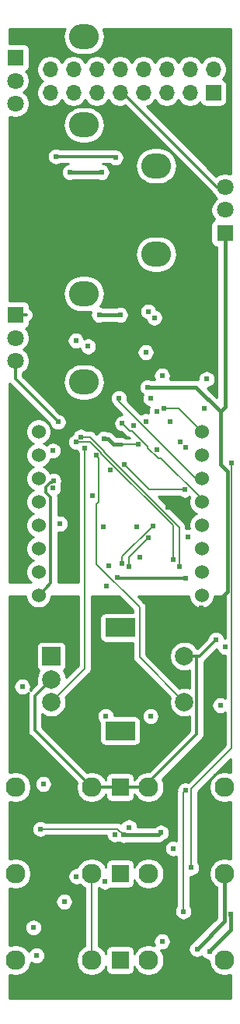
<source format=gbr>
G04 #@! TF.GenerationSoftware,KiCad,Pcbnew,(5.1.5)-3*
G04 #@! TF.CreationDate,2020-03-27T15:51:16+00:00*
G04 #@! TF.ProjectId,wagyu,77616779-752e-46b6-9963-61645f706362,rev?*
G04 #@! TF.SameCoordinates,Original*
G04 #@! TF.FileFunction,Copper,L2,Inr*
G04 #@! TF.FilePolarity,Positive*
%FSLAX46Y46*%
G04 Gerber Fmt 4.6, Leading zero omitted, Abs format (unit mm)*
G04 Created by KiCad (PCBNEW (5.1.5)-3) date 2020-03-27 15:51:16*
%MOMM*%
%LPD*%
G04 APERTURE LIST*
%ADD10R,2.000000X2.000000*%
%ADD11C,2.000000*%
%ADD12R,3.200000X2.000000*%
%ADD13C,1.524000*%
%ADD14O,1.700000X1.700000*%
%ADD15R,1.700000X1.700000*%
%ADD16O,3.240000X2.720000*%
%ADD17C,1.800000*%
%ADD18R,1.800000X1.800000*%
%ADD19C,2.130000*%
%ADD20R,1.830000X1.930000*%
%ADD21C,0.609600*%
%ADD22C,0.304800*%
%ADD23C,0.457200*%
%ADD24C,0.203200*%
%ADD25C,0.254000*%
G04 APERTURE END LIST*
D10*
X30607000Y-94234000D03*
D11*
X30607000Y-96734000D03*
X30607000Y-99234000D03*
D12*
X38107000Y-91134000D03*
X38107000Y-102334000D03*
D11*
X45107000Y-94234000D03*
X45107000Y-99234000D03*
D13*
X29210000Y-69850000D03*
X29210000Y-72390000D03*
X29210000Y-74930000D03*
X29210000Y-77470000D03*
X29210000Y-80010000D03*
X29210000Y-82550000D03*
X29210000Y-85090000D03*
X29210000Y-87630000D03*
X46990000Y-69850000D03*
X46990000Y-72390000D03*
X46990000Y-74930000D03*
X46990000Y-77470000D03*
X46990000Y-80010000D03*
X46990000Y-82550000D03*
X46990000Y-85090000D03*
X46990000Y-87630000D03*
D14*
X30480000Y-30480000D03*
X30480000Y-33020000D03*
X33020000Y-30480000D03*
X33020000Y-33020000D03*
X35560000Y-30480000D03*
X35560000Y-33020000D03*
X38100000Y-30480000D03*
X38100000Y-33020000D03*
X40640000Y-30480000D03*
X40640000Y-33020000D03*
X43180000Y-30480000D03*
X43180000Y-33020000D03*
X45720000Y-30480000D03*
X45720000Y-33020000D03*
X48260000Y-30480000D03*
D15*
X48260000Y-33020000D03*
D16*
X34170000Y-26910000D03*
X34170000Y-36510000D03*
D17*
X26670000Y-34210000D03*
X26670000Y-31710000D03*
D18*
X26670000Y-29210000D03*
D16*
X42030000Y-50560000D03*
X42030000Y-40960000D03*
D17*
X49530000Y-43260000D03*
X49530000Y-45760000D03*
D18*
X49530000Y-48260000D03*
D16*
X34170000Y-54850000D03*
X34170000Y-64450000D03*
D17*
X26670000Y-62150000D03*
X26670000Y-59650000D03*
D18*
X26670000Y-57150000D03*
D19*
X49500000Y-127254000D03*
D20*
X38100000Y-127254000D03*
D19*
X41200000Y-127254000D03*
X49500000Y-117856000D03*
D20*
X38100000Y-117856000D03*
D19*
X41200000Y-117856000D03*
X26700000Y-127254000D03*
D20*
X38100000Y-127254000D03*
D19*
X35000000Y-127254000D03*
X26700000Y-117856000D03*
D20*
X38100000Y-117856000D03*
D19*
X35000000Y-117856000D03*
X49500000Y-108458000D03*
D20*
X38100000Y-108458000D03*
D19*
X41200000Y-108458000D03*
X26700000Y-108458000D03*
D20*
X38100000Y-108458000D03*
D19*
X35000000Y-108458000D03*
D21*
X42115500Y-93392000D03*
X41078900Y-65013500D03*
X39497004Y-104140000D03*
X31556300Y-79834300D03*
X31324000Y-68782800D03*
X48539500Y-92445300D03*
X47244000Y-67310000D03*
X47542300Y-64135000D03*
X42672000Y-63754000D03*
X45466000Y-81280000D03*
X36893500Y-84455000D03*
X36576000Y-86614000D03*
X49530000Y-93218000D03*
X32004000Y-120904000D03*
X42672000Y-125222000D03*
X28975800Y-126746000D03*
X27432000Y-97536000D03*
X49022000Y-99568000D03*
X36520000Y-100733200D03*
X40890900Y-68715000D03*
X41450000Y-66237600D03*
X41416500Y-100760400D03*
X42088000Y-67613100D03*
X43537500Y-68790300D03*
X43888700Y-115123600D03*
X40132000Y-115951000D03*
X37337998Y-111760000D03*
X46952561Y-89017525D03*
X35814000Y-57150000D03*
X38100000Y-57150000D03*
X39066400Y-112825600D03*
X34607500Y-60579000D03*
X37515821Y-113583200D03*
X36449000Y-118745000D03*
X33344500Y-118153900D03*
X36273700Y-80173100D03*
X47879000Y-126365000D03*
X50185800Y-122301000D03*
X46482000Y-126047500D03*
X42545000Y-113411000D03*
X29419500Y-113011000D03*
X38481000Y-113665000D03*
X36068000Y-41656000D03*
X32639000Y-41656000D03*
X45736700Y-55952200D03*
X45210000Y-71552500D03*
X33344000Y-78254100D03*
X32643700Y-68742000D03*
X43307000Y-78041500D03*
X41984100Y-46915900D03*
X30988000Y-45974000D03*
X34290000Y-49022000D03*
X45736700Y-61705300D03*
X29722900Y-108113100D03*
X28645800Y-123715300D03*
X45005600Y-121967600D03*
X45212000Y-108816000D03*
X30788600Y-71901300D03*
X40894000Y-61214000D03*
X36995100Y-73981800D03*
X41823200Y-57455300D03*
X41159500Y-56782200D03*
X35115500Y-76771500D03*
X40081600Y-71234300D03*
X33274000Y-59944000D03*
X36322000Y-70612000D03*
X44637800Y-70988400D03*
X42134300Y-71772600D03*
X31115000Y-39941500D03*
X37593800Y-40068500D03*
X34271800Y-71594200D03*
X35469000Y-72401300D03*
X44547400Y-84473100D03*
X33819900Y-70402000D03*
X43851700Y-83759200D03*
X33292800Y-70962900D03*
X40268000Y-83460200D03*
X39927000Y-80163800D03*
X39080500Y-84471400D03*
X41203200Y-81372200D03*
X38326400Y-84128800D03*
X41655600Y-80092100D03*
X30799400Y-75988900D03*
X30826100Y-75184000D03*
X42854400Y-67331500D03*
X39536900Y-69139700D03*
X37969000Y-66219000D03*
X38336400Y-68940600D03*
X45157600Y-76155100D03*
X38517700Y-73402000D03*
X45212000Y-85788500D03*
X37782500Y-85661500D03*
X45847000Y-117221000D03*
X50228500Y-73215500D03*
D22*
X26670000Y-57150000D02*
X27875100Y-57150000D01*
X26670000Y-62150000D02*
X26670000Y-64128800D01*
X26670000Y-64128800D02*
X31324000Y-68782800D01*
X46467100Y-94234000D02*
X46467100Y-102682900D01*
X46467100Y-102682900D02*
X40946000Y-108204000D01*
X46467100Y-94234000D02*
X46750800Y-94234000D01*
X46750800Y-94234000D02*
X48539500Y-92445300D01*
X45107000Y-94234000D02*
X46467100Y-94234000D01*
X35000000Y-108458000D02*
X36879900Y-108458000D01*
X38100000Y-108458000D02*
X36879900Y-108458000D01*
X38100000Y-108458000D02*
X41200000Y-108458000D01*
X48657500Y-43260000D02*
X49530000Y-43260000D01*
X38100000Y-33020000D02*
X38417500Y-33020000D01*
X38417500Y-33020000D02*
X48657500Y-43260000D01*
D23*
X46344500Y-65013500D02*
X41078900Y-65013500D01*
X49022000Y-67691000D02*
X46344500Y-65013500D01*
X49784000Y-75565000D02*
X49784000Y-74168000D01*
X49022000Y-73406000D02*
X49022000Y-67691000D01*
X49784000Y-74168000D02*
X49022000Y-73406000D01*
X49784000Y-87249000D02*
X49784000Y-75451212D01*
D22*
X42115500Y-93392000D02*
X43641000Y-93392000D01*
D23*
X47815500Y-89217500D02*
X47152536Y-89217500D01*
X47815500Y-89217500D02*
X49784000Y-87249000D01*
X47152536Y-89217500D02*
X46952561Y-89017525D01*
D22*
X43641000Y-93392000D02*
X47815500Y-89217500D01*
D23*
X49530000Y-67183000D02*
X49022000Y-67691000D01*
X49530000Y-48260000D02*
X49530000Y-67183000D01*
X38100000Y-57150000D02*
X35814000Y-57150000D01*
D22*
X28829000Y-102287000D02*
X34746000Y-108204000D01*
X30607000Y-96734000D02*
X28829000Y-98512000D01*
X28829000Y-98512000D02*
X28829000Y-102287000D01*
D24*
X35000000Y-117856000D02*
X35000000Y-127254000D01*
D23*
X47879000Y-126238000D02*
X47879000Y-126365000D01*
X50185800Y-122301000D02*
X50185800Y-123931200D01*
X50185800Y-123931200D02*
X47879000Y-126238000D01*
X49500000Y-117856000D02*
X49500000Y-123029500D01*
X49500000Y-123029500D02*
X46482000Y-126047500D01*
D24*
X38481000Y-113665000D02*
X37827000Y-113011000D01*
X37827000Y-113011000D02*
X29419500Y-113011000D01*
D23*
X42291000Y-113665000D02*
X42545000Y-113411000D01*
X38481000Y-113665000D02*
X42291000Y-113665000D01*
X32639000Y-41656000D02*
X36068000Y-41656000D01*
D24*
X45212000Y-108816000D02*
X45005600Y-109022400D01*
X45005600Y-109022400D02*
X45005600Y-121967600D01*
X40081600Y-71234300D02*
X38254300Y-71234300D01*
D23*
X37375352Y-71234300D02*
X38254300Y-71234300D01*
X36753052Y-70612000D02*
X37375352Y-71234300D01*
X36322000Y-70612000D02*
X36753052Y-70612000D01*
D22*
X31115000Y-39941500D02*
X37466800Y-39941500D01*
X37466800Y-39941500D02*
X37593800Y-40068500D01*
D24*
X30607000Y-99234000D02*
X34271800Y-95569200D01*
X34271800Y-95569200D02*
X34271800Y-71594200D01*
X35773799Y-77448227D02*
X35773799Y-72706099D01*
X40213300Y-88939200D02*
X35533300Y-84259200D01*
X45107000Y-99234000D02*
X40213300Y-94340300D01*
X35773799Y-72706099D02*
X35469000Y-72401300D01*
X40213300Y-94340300D02*
X40213300Y-88939200D01*
X35533300Y-77688726D02*
X35773799Y-77448227D01*
X35533300Y-84259200D02*
X35533300Y-77688726D01*
X33819900Y-70402000D02*
X34790200Y-70402000D01*
X34790200Y-70402000D02*
X36388200Y-72000000D01*
X36388200Y-72000000D02*
X36388200Y-72080400D01*
X36388200Y-72080400D02*
X44547400Y-80239600D01*
X44547400Y-80239600D02*
X44547400Y-84473100D01*
X33292800Y-70962900D02*
X34821400Y-70962900D01*
X34821400Y-70962900D02*
X36032200Y-72173700D01*
X36032200Y-72173700D02*
X36032200Y-72228000D01*
X36032200Y-72228000D02*
X43851700Y-80047500D01*
X43851700Y-80047500D02*
X43851700Y-83759200D01*
X39080500Y-84471400D02*
X39080500Y-83494900D01*
X39080500Y-83494900D02*
X41203200Y-81372200D01*
X38326400Y-84128800D02*
X38326400Y-83421300D01*
X38326400Y-83421300D02*
X41655600Y-80092100D01*
D22*
X30543500Y-76962000D02*
X30543500Y-86296500D01*
X30826100Y-75218900D02*
X30665701Y-75379299D01*
X30543500Y-86296500D02*
X29971999Y-86868001D01*
X30826100Y-75184000D02*
X30826100Y-75218900D01*
X30665701Y-75379299D02*
X30506791Y-75379299D01*
X30506791Y-75379299D02*
X30035500Y-75850590D01*
X30035500Y-75850590D02*
X30035500Y-76454000D01*
X29971999Y-86868001D02*
X29210000Y-87630000D01*
X30035500Y-76454000D02*
X30543500Y-76962000D01*
D24*
X46990000Y-69850000D02*
X44471500Y-67331500D01*
X44471500Y-67331500D02*
X42854400Y-67331500D01*
X46990000Y-74930000D02*
X46315200Y-74930000D01*
X46315200Y-74930000D02*
X37969100Y-66583900D01*
X37969100Y-66583900D02*
X37969100Y-66219000D01*
X37969100Y-66219000D02*
X37969000Y-66219000D01*
X46990000Y-77470000D02*
X46990000Y-77161400D01*
X46990000Y-77161400D02*
X42543600Y-72715000D01*
X42543600Y-72715000D02*
X42256500Y-72715000D01*
X42256500Y-72715000D02*
X41138300Y-71596800D01*
X41138300Y-71596800D02*
X41138300Y-71456000D01*
X41138300Y-71456000D02*
X39441500Y-69759200D01*
X39441500Y-69759200D02*
X39155000Y-69759200D01*
X39155000Y-69759200D02*
X38336400Y-68940600D01*
X45157600Y-76155100D02*
X41270800Y-76155100D01*
X41270800Y-76155100D02*
X38517700Y-73402000D01*
D22*
X45212000Y-85788500D02*
X37909500Y-85788500D01*
X37909500Y-85788500D02*
X37782500Y-85661500D01*
D24*
X50228500Y-73646552D02*
X50228500Y-73215500D01*
X50266611Y-104210480D02*
X50266611Y-73684663D01*
X50266611Y-73684663D02*
X50228500Y-73646552D01*
X45847000Y-117221000D02*
X45847000Y-108630091D01*
X45847000Y-108630091D02*
X50266611Y-104210480D01*
D25*
G36*
X32057943Y-26142853D02*
G01*
X31943867Y-26518912D01*
X31905348Y-26910000D01*
X31943867Y-27301088D01*
X32057943Y-27677147D01*
X32243193Y-28023725D01*
X32492497Y-28327503D01*
X32796275Y-28576807D01*
X33142853Y-28762057D01*
X33518912Y-28876133D01*
X33812002Y-28905000D01*
X34527998Y-28905000D01*
X34821088Y-28876133D01*
X35197147Y-28762057D01*
X35543725Y-28576807D01*
X35847503Y-28327503D01*
X36096807Y-28023725D01*
X36282057Y-27677147D01*
X36396133Y-27301088D01*
X36434652Y-26910000D01*
X36396133Y-26518912D01*
X36282057Y-26142853D01*
X36237771Y-26060000D01*
X50140000Y-26060000D01*
X50140000Y-41851198D01*
X49977743Y-41783989D01*
X49681184Y-41725000D01*
X49378816Y-41725000D01*
X49082257Y-41783989D01*
X48802905Y-41899701D01*
X48567827Y-42056776D01*
X40977925Y-34466875D01*
X41073158Y-34447932D01*
X41343411Y-34335990D01*
X41586632Y-34173475D01*
X41793475Y-33966632D01*
X41910000Y-33792240D01*
X42026525Y-33966632D01*
X42233368Y-34173475D01*
X42476589Y-34335990D01*
X42746842Y-34447932D01*
X43033740Y-34505000D01*
X43326260Y-34505000D01*
X43613158Y-34447932D01*
X43883411Y-34335990D01*
X44126632Y-34173475D01*
X44333475Y-33966632D01*
X44450000Y-33792240D01*
X44566525Y-33966632D01*
X44773368Y-34173475D01*
X45016589Y-34335990D01*
X45286842Y-34447932D01*
X45573740Y-34505000D01*
X45866260Y-34505000D01*
X46153158Y-34447932D01*
X46423411Y-34335990D01*
X46666632Y-34173475D01*
X46798487Y-34041620D01*
X46820498Y-34114180D01*
X46879463Y-34224494D01*
X46958815Y-34321185D01*
X47055506Y-34400537D01*
X47165820Y-34459502D01*
X47285518Y-34495812D01*
X47410000Y-34508072D01*
X49110000Y-34508072D01*
X49234482Y-34495812D01*
X49354180Y-34459502D01*
X49464494Y-34400537D01*
X49561185Y-34321185D01*
X49640537Y-34224494D01*
X49699502Y-34114180D01*
X49735812Y-33994482D01*
X49748072Y-33870000D01*
X49748072Y-32170000D01*
X49735812Y-32045518D01*
X49699502Y-31925820D01*
X49640537Y-31815506D01*
X49561185Y-31718815D01*
X49464494Y-31639463D01*
X49354180Y-31580498D01*
X49281620Y-31558487D01*
X49413475Y-31426632D01*
X49575990Y-31183411D01*
X49687932Y-30913158D01*
X49745000Y-30626260D01*
X49745000Y-30333740D01*
X49687932Y-30046842D01*
X49575990Y-29776589D01*
X49413475Y-29533368D01*
X49206632Y-29326525D01*
X48963411Y-29164010D01*
X48693158Y-29052068D01*
X48406260Y-28995000D01*
X48113740Y-28995000D01*
X47826842Y-29052068D01*
X47556589Y-29164010D01*
X47313368Y-29326525D01*
X47106525Y-29533368D01*
X46990000Y-29707760D01*
X46873475Y-29533368D01*
X46666632Y-29326525D01*
X46423411Y-29164010D01*
X46153158Y-29052068D01*
X45866260Y-28995000D01*
X45573740Y-28995000D01*
X45286842Y-29052068D01*
X45016589Y-29164010D01*
X44773368Y-29326525D01*
X44566525Y-29533368D01*
X44450000Y-29707760D01*
X44333475Y-29533368D01*
X44126632Y-29326525D01*
X43883411Y-29164010D01*
X43613158Y-29052068D01*
X43326260Y-28995000D01*
X43033740Y-28995000D01*
X42746842Y-29052068D01*
X42476589Y-29164010D01*
X42233368Y-29326525D01*
X42026525Y-29533368D01*
X41910000Y-29707760D01*
X41793475Y-29533368D01*
X41586632Y-29326525D01*
X41343411Y-29164010D01*
X41073158Y-29052068D01*
X40786260Y-28995000D01*
X40493740Y-28995000D01*
X40206842Y-29052068D01*
X39936589Y-29164010D01*
X39693368Y-29326525D01*
X39486525Y-29533368D01*
X39370000Y-29707760D01*
X39253475Y-29533368D01*
X39046632Y-29326525D01*
X38803411Y-29164010D01*
X38533158Y-29052068D01*
X38246260Y-28995000D01*
X37953740Y-28995000D01*
X37666842Y-29052068D01*
X37396589Y-29164010D01*
X37153368Y-29326525D01*
X36946525Y-29533368D01*
X36830000Y-29707760D01*
X36713475Y-29533368D01*
X36506632Y-29326525D01*
X36263411Y-29164010D01*
X35993158Y-29052068D01*
X35706260Y-28995000D01*
X35413740Y-28995000D01*
X35126842Y-29052068D01*
X34856589Y-29164010D01*
X34613368Y-29326525D01*
X34406525Y-29533368D01*
X34290000Y-29707760D01*
X34173475Y-29533368D01*
X33966632Y-29326525D01*
X33723411Y-29164010D01*
X33453158Y-29052068D01*
X33166260Y-28995000D01*
X32873740Y-28995000D01*
X32586842Y-29052068D01*
X32316589Y-29164010D01*
X32073368Y-29326525D01*
X31866525Y-29533368D01*
X31750000Y-29707760D01*
X31633475Y-29533368D01*
X31426632Y-29326525D01*
X31183411Y-29164010D01*
X30913158Y-29052068D01*
X30626260Y-28995000D01*
X30333740Y-28995000D01*
X30046842Y-29052068D01*
X29776589Y-29164010D01*
X29533368Y-29326525D01*
X29326525Y-29533368D01*
X29164010Y-29776589D01*
X29052068Y-30046842D01*
X28995000Y-30333740D01*
X28995000Y-30626260D01*
X29052068Y-30913158D01*
X29164010Y-31183411D01*
X29326525Y-31426632D01*
X29533368Y-31633475D01*
X29707760Y-31750000D01*
X29533368Y-31866525D01*
X29326525Y-32073368D01*
X29164010Y-32316589D01*
X29052068Y-32586842D01*
X28995000Y-32873740D01*
X28995000Y-33166260D01*
X29052068Y-33453158D01*
X29164010Y-33723411D01*
X29326525Y-33966632D01*
X29533368Y-34173475D01*
X29776589Y-34335990D01*
X30046842Y-34447932D01*
X30333740Y-34505000D01*
X30626260Y-34505000D01*
X30913158Y-34447932D01*
X31183411Y-34335990D01*
X31426632Y-34173475D01*
X31633475Y-33966632D01*
X31750000Y-33792240D01*
X31866525Y-33966632D01*
X32073368Y-34173475D01*
X32316589Y-34335990D01*
X32586842Y-34447932D01*
X32873740Y-34505000D01*
X33166260Y-34505000D01*
X33453158Y-34447932D01*
X33723411Y-34335990D01*
X33966632Y-34173475D01*
X34173475Y-33966632D01*
X34290000Y-33792240D01*
X34406525Y-33966632D01*
X34613368Y-34173475D01*
X34856589Y-34335990D01*
X35126842Y-34447932D01*
X35413740Y-34505000D01*
X35706260Y-34505000D01*
X35993158Y-34447932D01*
X36263411Y-34335990D01*
X36506632Y-34173475D01*
X36713475Y-33966632D01*
X36830000Y-33792240D01*
X36946525Y-33966632D01*
X37153368Y-34173475D01*
X37396589Y-34335990D01*
X37666842Y-34447932D01*
X37953740Y-34505000D01*
X38246260Y-34505000D01*
X38533158Y-34447932D01*
X38673677Y-34389727D01*
X48073377Y-43789428D01*
X48098031Y-43819469D01*
X48101420Y-43822250D01*
X48169701Y-43987095D01*
X48337688Y-44238505D01*
X48551495Y-44452312D01*
X48637831Y-44510000D01*
X48551495Y-44567688D01*
X48337688Y-44781495D01*
X48169701Y-45032905D01*
X48053989Y-45312257D01*
X47995000Y-45608816D01*
X47995000Y-45911184D01*
X48053989Y-46207743D01*
X48169701Y-46487095D01*
X48337688Y-46738505D01*
X48375303Y-46776120D01*
X48275506Y-46829463D01*
X48178815Y-46908815D01*
X48099463Y-47005506D01*
X48040498Y-47115820D01*
X48004188Y-47235518D01*
X47991928Y-47360000D01*
X47991928Y-49160000D01*
X48004188Y-49284482D01*
X48040498Y-49404180D01*
X48099463Y-49514494D01*
X48178815Y-49611185D01*
X48275506Y-49690537D01*
X48385820Y-49749502D01*
X48505518Y-49785812D01*
X48630000Y-49798072D01*
X48666400Y-49798072D01*
X48666401Y-66114087D01*
X47627114Y-65074800D01*
X47634862Y-65074800D01*
X47816429Y-65038684D01*
X47987462Y-64967840D01*
X48141387Y-64864990D01*
X48272290Y-64734087D01*
X48375140Y-64580162D01*
X48445984Y-64409129D01*
X48482100Y-64227562D01*
X48482100Y-64042438D01*
X48445984Y-63860871D01*
X48375140Y-63689838D01*
X48272290Y-63535913D01*
X48141387Y-63405010D01*
X47987462Y-63302160D01*
X47816429Y-63231316D01*
X47634862Y-63195200D01*
X47449738Y-63195200D01*
X47268171Y-63231316D01*
X47097138Y-63302160D01*
X46943213Y-63405010D01*
X46812310Y-63535913D01*
X46709460Y-63689838D01*
X46638616Y-63860871D01*
X46602500Y-64042438D01*
X46602500Y-64189305D01*
X46513795Y-64162396D01*
X46386920Y-64149900D01*
X46344500Y-64145722D01*
X46302080Y-64149900D01*
X43525245Y-64149900D01*
X43575684Y-64028129D01*
X43611800Y-63846562D01*
X43611800Y-63661438D01*
X43575684Y-63479871D01*
X43504840Y-63308838D01*
X43401990Y-63154913D01*
X43271087Y-63024010D01*
X43117162Y-62921160D01*
X42946129Y-62850316D01*
X42764562Y-62814200D01*
X42579438Y-62814200D01*
X42397871Y-62850316D01*
X42226838Y-62921160D01*
X42072913Y-63024010D01*
X41942010Y-63154913D01*
X41839160Y-63308838D01*
X41768316Y-63479871D01*
X41732200Y-63661438D01*
X41732200Y-63846562D01*
X41768316Y-64028129D01*
X41818755Y-64149900D01*
X41449801Y-64149900D01*
X41353029Y-64109816D01*
X41171462Y-64073700D01*
X40986338Y-64073700D01*
X40804771Y-64109816D01*
X40633738Y-64180660D01*
X40479813Y-64283510D01*
X40348910Y-64414413D01*
X40246060Y-64568338D01*
X40175216Y-64739371D01*
X40139100Y-64920938D01*
X40139100Y-65106062D01*
X40175216Y-65287629D01*
X40246060Y-65458662D01*
X40348910Y-65612587D01*
X40479813Y-65743490D01*
X40603267Y-65825980D01*
X40546316Y-65963471D01*
X40510200Y-66145038D01*
X40510200Y-66330162D01*
X40546316Y-66511729D01*
X40617160Y-66682762D01*
X40720010Y-66836687D01*
X40850913Y-66967590D01*
X41004838Y-67070440D01*
X41175871Y-67141284D01*
X41261578Y-67158332D01*
X41255160Y-67167938D01*
X41184316Y-67338971D01*
X41148200Y-67520538D01*
X41148200Y-67705662D01*
X41169592Y-67813206D01*
X41165029Y-67811316D01*
X40983462Y-67775200D01*
X40798338Y-67775200D01*
X40616771Y-67811316D01*
X40445738Y-67882160D01*
X40363811Y-67936902D01*
X38880541Y-66453632D01*
X38908800Y-66311562D01*
X38908800Y-66126438D01*
X38872684Y-65944871D01*
X38801840Y-65773838D01*
X38698990Y-65619913D01*
X38568087Y-65489010D01*
X38414162Y-65386160D01*
X38243129Y-65315316D01*
X38061562Y-65279200D01*
X37876438Y-65279200D01*
X37694871Y-65315316D01*
X37523838Y-65386160D01*
X37369913Y-65489010D01*
X37239010Y-65619913D01*
X37136160Y-65773838D01*
X37065316Y-65944871D01*
X37029200Y-66126438D01*
X37029200Y-66311562D01*
X37065316Y-66493129D01*
X37136160Y-66664162D01*
X37239010Y-66818087D01*
X37284062Y-66863139D01*
X37285278Y-66867148D01*
X37353676Y-66995112D01*
X37445725Y-67107274D01*
X37473832Y-67130341D01*
X38344291Y-68000800D01*
X38243838Y-68000800D01*
X38062271Y-68036916D01*
X37891238Y-68107760D01*
X37737313Y-68210610D01*
X37606410Y-68341513D01*
X37503560Y-68495438D01*
X37432716Y-68666471D01*
X37396600Y-68848038D01*
X37396600Y-69033162D01*
X37432716Y-69214729D01*
X37503560Y-69385762D01*
X37606410Y-69539687D01*
X37737313Y-69670590D01*
X37891238Y-69773440D01*
X38062271Y-69844284D01*
X38232169Y-69878079D01*
X38608557Y-70254467D01*
X38631625Y-70282575D01*
X38659731Y-70305641D01*
X38659732Y-70305642D01*
X38690163Y-70330616D01*
X38743787Y-70374624D01*
X38871751Y-70443022D01*
X39010601Y-70485142D01*
X39118814Y-70495800D01*
X39118823Y-70495800D01*
X39138114Y-70497700D01*
X38708220Y-70497700D01*
X38586384Y-70432578D01*
X38423595Y-70383196D01*
X38296720Y-70370700D01*
X37733066Y-70370700D01*
X37393715Y-70031350D01*
X37366664Y-69998388D01*
X37235164Y-69890469D01*
X37085136Y-69810278D01*
X36922347Y-69760896D01*
X36795472Y-69748400D01*
X36753052Y-69744222D01*
X36710632Y-69748400D01*
X36692901Y-69748400D01*
X36596129Y-69708316D01*
X36414562Y-69672200D01*
X36229438Y-69672200D01*
X36047871Y-69708316D01*
X35876838Y-69779160D01*
X35722913Y-69882010D01*
X35592010Y-70012913D01*
X35532254Y-70102344D01*
X35336645Y-69906736D01*
X35313575Y-69878625D01*
X35201413Y-69786576D01*
X35073449Y-69718178D01*
X34934599Y-69676058D01*
X34826386Y-69665400D01*
X34826383Y-69665400D01*
X34790200Y-69661836D01*
X34754017Y-69665400D01*
X34409094Y-69665400D01*
X34265062Y-69569160D01*
X34094029Y-69498316D01*
X33912462Y-69462200D01*
X33727338Y-69462200D01*
X33545771Y-69498316D01*
X33374738Y-69569160D01*
X33220813Y-69672010D01*
X33089910Y-69802913D01*
X32987060Y-69956838D01*
X32929324Y-70096224D01*
X32847638Y-70130060D01*
X32693713Y-70232910D01*
X32562810Y-70363813D01*
X32459960Y-70517738D01*
X32389116Y-70688771D01*
X32353000Y-70870338D01*
X32353000Y-71055462D01*
X32389116Y-71237029D01*
X32459960Y-71408062D01*
X32562810Y-71561987D01*
X32693713Y-71692890D01*
X32847638Y-71795740D01*
X33018671Y-71866584D01*
X33200238Y-71902700D01*
X33382353Y-71902700D01*
X33438960Y-72039362D01*
X33535201Y-72183396D01*
X33535200Y-86233000D01*
X31330900Y-86233000D01*
X31330900Y-80747677D01*
X31463738Y-80774100D01*
X31648862Y-80774100D01*
X31830429Y-80737984D01*
X32001462Y-80667140D01*
X32155387Y-80564290D01*
X32286290Y-80433387D01*
X32389140Y-80279462D01*
X32459984Y-80108429D01*
X32496100Y-79926862D01*
X32496100Y-79741738D01*
X32459984Y-79560171D01*
X32389140Y-79389138D01*
X32286290Y-79235213D01*
X32155387Y-79104310D01*
X32001462Y-79001460D01*
X31830429Y-78930616D01*
X31648862Y-78894500D01*
X31463738Y-78894500D01*
X31330900Y-78920923D01*
X31330900Y-77000662D01*
X31334708Y-76961999D01*
X31330900Y-76923336D01*
X31330900Y-76923327D01*
X31319506Y-76807643D01*
X31310431Y-76777727D01*
X31398487Y-76718890D01*
X31529390Y-76587987D01*
X31632240Y-76434062D01*
X31703084Y-76263029D01*
X31739200Y-76081462D01*
X31739200Y-75896338D01*
X31703084Y-75714771D01*
X31663282Y-75618680D01*
X31729784Y-75458129D01*
X31765900Y-75276562D01*
X31765900Y-75091438D01*
X31729784Y-74909871D01*
X31658940Y-74738838D01*
X31556090Y-74584913D01*
X31425187Y-74454010D01*
X31271262Y-74351160D01*
X31100229Y-74280316D01*
X30918662Y-74244200D01*
X30733538Y-74244200D01*
X30551971Y-74280316D01*
X30467488Y-74315310D01*
X30448005Y-74268273D01*
X30295120Y-74039465D01*
X30100535Y-73844880D01*
X29871727Y-73691995D01*
X29794485Y-73660000D01*
X29871727Y-73628005D01*
X30100535Y-73475120D01*
X30295120Y-73280535D01*
X30448005Y-73051727D01*
X30547489Y-72811552D01*
X30696038Y-72841100D01*
X30881162Y-72841100D01*
X31062729Y-72804984D01*
X31233762Y-72734140D01*
X31387687Y-72631290D01*
X31518590Y-72500387D01*
X31621440Y-72346462D01*
X31692284Y-72175429D01*
X31728400Y-71993862D01*
X31728400Y-71808738D01*
X31692284Y-71627171D01*
X31621440Y-71456138D01*
X31518590Y-71302213D01*
X31387687Y-71171310D01*
X31233762Y-71068460D01*
X31062729Y-70997616D01*
X30881162Y-70961500D01*
X30696038Y-70961500D01*
X30514471Y-70997616D01*
X30343438Y-71068460D01*
X30189513Y-71171310D01*
X30073804Y-71287019D01*
X29871727Y-71151995D01*
X29794485Y-71120000D01*
X29871727Y-71088005D01*
X30100535Y-70935120D01*
X30295120Y-70740535D01*
X30448005Y-70511727D01*
X30553314Y-70257490D01*
X30607000Y-69987592D01*
X30607000Y-69712408D01*
X30553314Y-69442510D01*
X30448005Y-69188273D01*
X30295120Y-68959465D01*
X30100535Y-68764880D01*
X29871727Y-68611995D01*
X29617490Y-68506686D01*
X29347592Y-68453000D01*
X29072408Y-68453000D01*
X28802510Y-68506686D01*
X28548273Y-68611995D01*
X28319465Y-68764880D01*
X28124880Y-68959465D01*
X27971995Y-69188273D01*
X27866686Y-69442510D01*
X27813000Y-69712408D01*
X27813000Y-69987592D01*
X27866686Y-70257490D01*
X27971995Y-70511727D01*
X28124880Y-70740535D01*
X28319465Y-70935120D01*
X28548273Y-71088005D01*
X28625515Y-71120000D01*
X28548273Y-71151995D01*
X28319465Y-71304880D01*
X28124880Y-71499465D01*
X27971995Y-71728273D01*
X27866686Y-71982510D01*
X27813000Y-72252408D01*
X27813000Y-72527592D01*
X27866686Y-72797490D01*
X27971995Y-73051727D01*
X28124880Y-73280535D01*
X28319465Y-73475120D01*
X28548273Y-73628005D01*
X28625515Y-73660000D01*
X28548273Y-73691995D01*
X28319465Y-73844880D01*
X28124880Y-74039465D01*
X27971995Y-74268273D01*
X27866686Y-74522510D01*
X27813000Y-74792408D01*
X27813000Y-75067592D01*
X27866686Y-75337490D01*
X27971995Y-75591727D01*
X28124880Y-75820535D01*
X28319465Y-76015120D01*
X28548273Y-76168005D01*
X28625515Y-76200000D01*
X28548273Y-76231995D01*
X28319465Y-76384880D01*
X28124880Y-76579465D01*
X27971995Y-76808273D01*
X27866686Y-77062510D01*
X27813000Y-77332408D01*
X27813000Y-77607592D01*
X27866686Y-77877490D01*
X27971995Y-78131727D01*
X28124880Y-78360535D01*
X28319465Y-78555120D01*
X28548273Y-78708005D01*
X28625515Y-78740000D01*
X28548273Y-78771995D01*
X28319465Y-78924880D01*
X28124880Y-79119465D01*
X27971995Y-79348273D01*
X27866686Y-79602510D01*
X27813000Y-79872408D01*
X27813000Y-80147592D01*
X27866686Y-80417490D01*
X27971995Y-80671727D01*
X28124880Y-80900535D01*
X28319465Y-81095120D01*
X28548273Y-81248005D01*
X28625515Y-81280000D01*
X28548273Y-81311995D01*
X28319465Y-81464880D01*
X28124880Y-81659465D01*
X27971995Y-81888273D01*
X27866686Y-82142510D01*
X27813000Y-82412408D01*
X27813000Y-82687592D01*
X27866686Y-82957490D01*
X27971995Y-83211727D01*
X28124880Y-83440535D01*
X28319465Y-83635120D01*
X28548273Y-83788005D01*
X28625515Y-83820000D01*
X28548273Y-83851995D01*
X28319465Y-84004880D01*
X28124880Y-84199465D01*
X27971995Y-84428273D01*
X27866686Y-84682510D01*
X27813000Y-84952408D01*
X27813000Y-85227592D01*
X27866686Y-85497490D01*
X27971995Y-85751727D01*
X28124880Y-85980535D01*
X28319465Y-86175120D01*
X28406088Y-86233000D01*
X26060000Y-86233000D01*
X26060000Y-64626696D01*
X26110532Y-64688269D01*
X26140573Y-64712923D01*
X30404359Y-68976710D01*
X30420316Y-69056929D01*
X30491160Y-69227962D01*
X30594010Y-69381887D01*
X30724913Y-69512790D01*
X30878838Y-69615640D01*
X31049871Y-69686484D01*
X31231438Y-69722600D01*
X31416562Y-69722600D01*
X31598129Y-69686484D01*
X31769162Y-69615640D01*
X31923087Y-69512790D01*
X32053990Y-69381887D01*
X32156840Y-69227962D01*
X32227684Y-69056929D01*
X32263800Y-68875362D01*
X32263800Y-68690238D01*
X32227684Y-68508671D01*
X32156840Y-68337638D01*
X32053990Y-68183713D01*
X31923087Y-68052810D01*
X31769162Y-67949960D01*
X31598129Y-67879116D01*
X31517910Y-67863159D01*
X28104751Y-64450000D01*
X31905348Y-64450000D01*
X31943867Y-64841088D01*
X32057943Y-65217147D01*
X32243193Y-65563725D01*
X32492497Y-65867503D01*
X32796275Y-66116807D01*
X33142853Y-66302057D01*
X33518912Y-66416133D01*
X33812002Y-66445000D01*
X34527998Y-66445000D01*
X34821088Y-66416133D01*
X35197147Y-66302057D01*
X35543725Y-66116807D01*
X35847503Y-65867503D01*
X36096807Y-65563725D01*
X36282057Y-65217147D01*
X36396133Y-64841088D01*
X36434652Y-64450000D01*
X36396133Y-64058912D01*
X36282057Y-63682853D01*
X36096807Y-63336275D01*
X35847503Y-63032497D01*
X35543725Y-62783193D01*
X35197147Y-62597943D01*
X34821088Y-62483867D01*
X34527998Y-62455000D01*
X33812002Y-62455000D01*
X33518912Y-62483867D01*
X33142853Y-62597943D01*
X32796275Y-62783193D01*
X32492497Y-63032497D01*
X32243193Y-63336275D01*
X32057943Y-63682853D01*
X31943867Y-64058912D01*
X31905348Y-64450000D01*
X28104751Y-64450000D01*
X27457400Y-63802650D01*
X27457400Y-63470004D01*
X27648505Y-63342312D01*
X27862312Y-63128505D01*
X28030299Y-62877095D01*
X28146011Y-62597743D01*
X28205000Y-62301184D01*
X28205000Y-61998816D01*
X28146011Y-61702257D01*
X28030299Y-61422905D01*
X27862312Y-61171495D01*
X27648505Y-60957688D01*
X27562169Y-60900000D01*
X27648505Y-60842312D01*
X27862312Y-60628505D01*
X28030299Y-60377095D01*
X28146011Y-60097743D01*
X28195003Y-59851438D01*
X32334200Y-59851438D01*
X32334200Y-60036562D01*
X32370316Y-60218129D01*
X32441160Y-60389162D01*
X32544010Y-60543087D01*
X32674913Y-60673990D01*
X32828838Y-60776840D01*
X32999871Y-60847684D01*
X33181438Y-60883800D01*
X33366562Y-60883800D01*
X33548129Y-60847684D01*
X33690964Y-60788520D01*
X33703816Y-60853129D01*
X33774660Y-61024162D01*
X33877510Y-61178087D01*
X34008413Y-61308990D01*
X34162338Y-61411840D01*
X34333371Y-61482684D01*
X34514938Y-61518800D01*
X34700062Y-61518800D01*
X34881629Y-61482684D01*
X35052662Y-61411840D01*
X35206587Y-61308990D01*
X35337490Y-61178087D01*
X35375341Y-61121438D01*
X39954200Y-61121438D01*
X39954200Y-61306562D01*
X39990316Y-61488129D01*
X40061160Y-61659162D01*
X40164010Y-61813087D01*
X40294913Y-61943990D01*
X40448838Y-62046840D01*
X40619871Y-62117684D01*
X40801438Y-62153800D01*
X40986562Y-62153800D01*
X41168129Y-62117684D01*
X41339162Y-62046840D01*
X41493087Y-61943990D01*
X41623990Y-61813087D01*
X41726840Y-61659162D01*
X41797684Y-61488129D01*
X41833800Y-61306562D01*
X41833800Y-61121438D01*
X41797684Y-60939871D01*
X41726840Y-60768838D01*
X41623990Y-60614913D01*
X41493087Y-60484010D01*
X41339162Y-60381160D01*
X41168129Y-60310316D01*
X40986562Y-60274200D01*
X40801438Y-60274200D01*
X40619871Y-60310316D01*
X40448838Y-60381160D01*
X40294913Y-60484010D01*
X40164010Y-60614913D01*
X40061160Y-60768838D01*
X39990316Y-60939871D01*
X39954200Y-61121438D01*
X35375341Y-61121438D01*
X35440340Y-61024162D01*
X35511184Y-60853129D01*
X35547300Y-60671562D01*
X35547300Y-60486438D01*
X35511184Y-60304871D01*
X35440340Y-60133838D01*
X35337490Y-59979913D01*
X35206587Y-59849010D01*
X35052662Y-59746160D01*
X34881629Y-59675316D01*
X34700062Y-59639200D01*
X34514938Y-59639200D01*
X34333371Y-59675316D01*
X34190536Y-59734480D01*
X34177684Y-59669871D01*
X34106840Y-59498838D01*
X34003990Y-59344913D01*
X33873087Y-59214010D01*
X33719162Y-59111160D01*
X33548129Y-59040316D01*
X33366562Y-59004200D01*
X33181438Y-59004200D01*
X32999871Y-59040316D01*
X32828838Y-59111160D01*
X32674913Y-59214010D01*
X32544010Y-59344913D01*
X32441160Y-59498838D01*
X32370316Y-59669871D01*
X32334200Y-59851438D01*
X28195003Y-59851438D01*
X28205000Y-59801184D01*
X28205000Y-59498816D01*
X28146011Y-59202257D01*
X28030299Y-58922905D01*
X27862312Y-58671495D01*
X27824697Y-58633880D01*
X27924494Y-58580537D01*
X28021185Y-58501185D01*
X28100537Y-58404494D01*
X28159502Y-58294180D01*
X28195812Y-58174482D01*
X28208072Y-58050000D01*
X28208072Y-57864845D01*
X28314672Y-57807866D01*
X28434569Y-57709469D01*
X28532966Y-57589572D01*
X28606082Y-57452783D01*
X28651106Y-57304357D01*
X28666309Y-57150000D01*
X28651106Y-56995643D01*
X28606082Y-56847217D01*
X28532966Y-56710428D01*
X28434569Y-56590531D01*
X28314672Y-56492134D01*
X28208072Y-56435155D01*
X28208072Y-56250000D01*
X28195812Y-56125518D01*
X28159502Y-56005820D01*
X28100537Y-55895506D01*
X28021185Y-55798815D01*
X27924494Y-55719463D01*
X27814180Y-55660498D01*
X27694482Y-55624188D01*
X27570000Y-55611928D01*
X26060000Y-55611928D01*
X26060000Y-54850000D01*
X31905348Y-54850000D01*
X31943867Y-55241088D01*
X32057943Y-55617147D01*
X32243193Y-55963725D01*
X32492497Y-56267503D01*
X32796275Y-56516807D01*
X33142853Y-56702057D01*
X33518912Y-56816133D01*
X33812002Y-56845000D01*
X34527998Y-56845000D01*
X34821088Y-56816133D01*
X34951439Y-56776592D01*
X34910316Y-56875871D01*
X34874200Y-57057438D01*
X34874200Y-57242562D01*
X34910316Y-57424129D01*
X34981160Y-57595162D01*
X35084010Y-57749087D01*
X35214913Y-57879990D01*
X35368838Y-57982840D01*
X35539871Y-58053684D01*
X35721438Y-58089800D01*
X35906562Y-58089800D01*
X36088129Y-58053684D01*
X36184901Y-58013600D01*
X37729099Y-58013600D01*
X37825871Y-58053684D01*
X38007438Y-58089800D01*
X38192562Y-58089800D01*
X38374129Y-58053684D01*
X38545162Y-57982840D01*
X38699087Y-57879990D01*
X38829990Y-57749087D01*
X38932840Y-57595162D01*
X39003684Y-57424129D01*
X39039800Y-57242562D01*
X39039800Y-57057438D01*
X39003684Y-56875871D01*
X38932840Y-56704838D01*
X38922684Y-56689638D01*
X40219700Y-56689638D01*
X40219700Y-56874762D01*
X40255816Y-57056329D01*
X40326660Y-57227362D01*
X40429510Y-57381287D01*
X40560413Y-57512190D01*
X40714338Y-57615040D01*
X40885371Y-57685884D01*
X40911904Y-57691162D01*
X40919516Y-57729429D01*
X40990360Y-57900462D01*
X41093210Y-58054387D01*
X41224113Y-58185290D01*
X41378038Y-58288140D01*
X41549071Y-58358984D01*
X41730638Y-58395100D01*
X41915762Y-58395100D01*
X42097329Y-58358984D01*
X42268362Y-58288140D01*
X42422287Y-58185290D01*
X42553190Y-58054387D01*
X42656040Y-57900462D01*
X42726884Y-57729429D01*
X42763000Y-57547862D01*
X42763000Y-57362738D01*
X42726884Y-57181171D01*
X42656040Y-57010138D01*
X42553190Y-56856213D01*
X42422287Y-56725310D01*
X42268362Y-56622460D01*
X42097329Y-56551616D01*
X42070796Y-56546338D01*
X42063184Y-56508071D01*
X41992340Y-56337038D01*
X41889490Y-56183113D01*
X41758587Y-56052210D01*
X41604662Y-55949360D01*
X41433629Y-55878516D01*
X41252062Y-55842400D01*
X41066938Y-55842400D01*
X40885371Y-55878516D01*
X40714338Y-55949360D01*
X40560413Y-56052210D01*
X40429510Y-56183113D01*
X40326660Y-56337038D01*
X40255816Y-56508071D01*
X40219700Y-56689638D01*
X38922684Y-56689638D01*
X38829990Y-56550913D01*
X38699087Y-56420010D01*
X38545162Y-56317160D01*
X38374129Y-56246316D01*
X38192562Y-56210200D01*
X38007438Y-56210200D01*
X37825871Y-56246316D01*
X37729099Y-56286400D01*
X36184901Y-56286400D01*
X36088129Y-56246316D01*
X35906562Y-56210200D01*
X35894530Y-56210200D01*
X36096807Y-55963725D01*
X36282057Y-55617147D01*
X36396133Y-55241088D01*
X36434652Y-54850000D01*
X36396133Y-54458912D01*
X36282057Y-54082853D01*
X36096807Y-53736275D01*
X35847503Y-53432497D01*
X35543725Y-53183193D01*
X35197147Y-52997943D01*
X34821088Y-52883867D01*
X34527998Y-52855000D01*
X33812002Y-52855000D01*
X33518912Y-52883867D01*
X33142853Y-52997943D01*
X32796275Y-53183193D01*
X32492497Y-53432497D01*
X32243193Y-53736275D01*
X32057943Y-54082853D01*
X31943867Y-54458912D01*
X31905348Y-54850000D01*
X26060000Y-54850000D01*
X26060000Y-50560000D01*
X39765348Y-50560000D01*
X39803867Y-50951088D01*
X39917943Y-51327147D01*
X40103193Y-51673725D01*
X40352497Y-51977503D01*
X40656275Y-52226807D01*
X41002853Y-52412057D01*
X41378912Y-52526133D01*
X41672002Y-52555000D01*
X42387998Y-52555000D01*
X42681088Y-52526133D01*
X43057147Y-52412057D01*
X43403725Y-52226807D01*
X43707503Y-51977503D01*
X43956807Y-51673725D01*
X44142057Y-51327147D01*
X44256133Y-50951088D01*
X44294652Y-50560000D01*
X44256133Y-50168912D01*
X44142057Y-49792853D01*
X43956807Y-49446275D01*
X43707503Y-49142497D01*
X43403725Y-48893193D01*
X43057147Y-48707943D01*
X42681088Y-48593867D01*
X42387998Y-48565000D01*
X41672002Y-48565000D01*
X41378912Y-48593867D01*
X41002853Y-48707943D01*
X40656275Y-48893193D01*
X40352497Y-49142497D01*
X40103193Y-49446275D01*
X39917943Y-49792853D01*
X39803867Y-50168912D01*
X39765348Y-50560000D01*
X26060000Y-50560000D01*
X26060000Y-39848938D01*
X30175200Y-39848938D01*
X30175200Y-40034062D01*
X30211316Y-40215629D01*
X30282160Y-40386662D01*
X30385010Y-40540587D01*
X30515913Y-40671490D01*
X30669838Y-40774340D01*
X30840871Y-40845184D01*
X31022438Y-40881300D01*
X31207562Y-40881300D01*
X31389129Y-40845184D01*
X31560162Y-40774340D01*
X31628167Y-40728900D01*
X32482591Y-40728900D01*
X32364871Y-40752316D01*
X32193838Y-40823160D01*
X32039913Y-40926010D01*
X31909010Y-41056913D01*
X31806160Y-41210838D01*
X31735316Y-41381871D01*
X31699200Y-41563438D01*
X31699200Y-41748562D01*
X31735316Y-41930129D01*
X31806160Y-42101162D01*
X31909010Y-42255087D01*
X32039913Y-42385990D01*
X32193838Y-42488840D01*
X32364871Y-42559684D01*
X32546438Y-42595800D01*
X32731562Y-42595800D01*
X32913129Y-42559684D01*
X33009901Y-42519600D01*
X35697099Y-42519600D01*
X35793871Y-42559684D01*
X35975438Y-42595800D01*
X36160562Y-42595800D01*
X36342129Y-42559684D01*
X36513162Y-42488840D01*
X36667087Y-42385990D01*
X36797990Y-42255087D01*
X36900840Y-42101162D01*
X36971684Y-41930129D01*
X37007800Y-41748562D01*
X37007800Y-41563438D01*
X36971684Y-41381871D01*
X36900840Y-41210838D01*
X36797990Y-41056913D01*
X36667087Y-40926010D01*
X36513162Y-40823160D01*
X36342129Y-40752316D01*
X36224409Y-40728900D01*
X36925123Y-40728900D01*
X36994713Y-40798490D01*
X37148638Y-40901340D01*
X37319671Y-40972184D01*
X37501238Y-41008300D01*
X37686362Y-41008300D01*
X37867929Y-40972184D01*
X37897343Y-40960000D01*
X39765348Y-40960000D01*
X39803867Y-41351088D01*
X39917943Y-41727147D01*
X40103193Y-42073725D01*
X40352497Y-42377503D01*
X40656275Y-42626807D01*
X41002853Y-42812057D01*
X41378912Y-42926133D01*
X41672002Y-42955000D01*
X42387998Y-42955000D01*
X42681088Y-42926133D01*
X43057147Y-42812057D01*
X43403725Y-42626807D01*
X43707503Y-42377503D01*
X43956807Y-42073725D01*
X44142057Y-41727147D01*
X44256133Y-41351088D01*
X44294652Y-40960000D01*
X44256133Y-40568912D01*
X44142057Y-40192853D01*
X43956807Y-39846275D01*
X43707503Y-39542497D01*
X43403725Y-39293193D01*
X43057147Y-39107943D01*
X42681088Y-38993867D01*
X42387998Y-38965000D01*
X41672002Y-38965000D01*
X41378912Y-38993867D01*
X41002853Y-39107943D01*
X40656275Y-39293193D01*
X40352497Y-39542497D01*
X40103193Y-39846275D01*
X39917943Y-40192853D01*
X39803867Y-40568912D01*
X39765348Y-40960000D01*
X37897343Y-40960000D01*
X38038962Y-40901340D01*
X38192887Y-40798490D01*
X38323790Y-40667587D01*
X38426640Y-40513662D01*
X38497484Y-40342629D01*
X38533600Y-40161062D01*
X38533600Y-39975938D01*
X38497484Y-39794371D01*
X38426640Y-39623338D01*
X38323790Y-39469413D01*
X38192887Y-39338510D01*
X38038962Y-39235660D01*
X37867929Y-39164816D01*
X37686362Y-39128700D01*
X37501238Y-39128700D01*
X37373544Y-39154100D01*
X31628167Y-39154100D01*
X31560162Y-39108660D01*
X31389129Y-39037816D01*
X31207562Y-39001700D01*
X31022438Y-39001700D01*
X30840871Y-39037816D01*
X30669838Y-39108660D01*
X30515913Y-39211510D01*
X30385010Y-39342413D01*
X30282160Y-39496338D01*
X30211316Y-39667371D01*
X30175200Y-39848938D01*
X26060000Y-39848938D01*
X26060000Y-36510000D01*
X31905348Y-36510000D01*
X31943867Y-36901088D01*
X32057943Y-37277147D01*
X32243193Y-37623725D01*
X32492497Y-37927503D01*
X32796275Y-38176807D01*
X33142853Y-38362057D01*
X33518912Y-38476133D01*
X33812002Y-38505000D01*
X34527998Y-38505000D01*
X34821088Y-38476133D01*
X35197147Y-38362057D01*
X35543725Y-38176807D01*
X35847503Y-37927503D01*
X36096807Y-37623725D01*
X36282057Y-37277147D01*
X36396133Y-36901088D01*
X36434652Y-36510000D01*
X36396133Y-36118912D01*
X36282057Y-35742853D01*
X36096807Y-35396275D01*
X35847503Y-35092497D01*
X35543725Y-34843193D01*
X35197147Y-34657943D01*
X34821088Y-34543867D01*
X34527998Y-34515000D01*
X33812002Y-34515000D01*
X33518912Y-34543867D01*
X33142853Y-34657943D01*
X32796275Y-34843193D01*
X32492497Y-35092497D01*
X32243193Y-35396275D01*
X32057943Y-35742853D01*
X31943867Y-36118912D01*
X31905348Y-36510000D01*
X26060000Y-36510000D01*
X26060000Y-35618802D01*
X26222257Y-35686011D01*
X26518816Y-35745000D01*
X26821184Y-35745000D01*
X27117743Y-35686011D01*
X27397095Y-35570299D01*
X27648505Y-35402312D01*
X27862312Y-35188505D01*
X28030299Y-34937095D01*
X28146011Y-34657743D01*
X28205000Y-34361184D01*
X28205000Y-34058816D01*
X28146011Y-33762257D01*
X28030299Y-33482905D01*
X27862312Y-33231495D01*
X27648505Y-33017688D01*
X27562169Y-32960000D01*
X27648505Y-32902312D01*
X27862312Y-32688505D01*
X28030299Y-32437095D01*
X28146011Y-32157743D01*
X28205000Y-31861184D01*
X28205000Y-31558816D01*
X28146011Y-31262257D01*
X28030299Y-30982905D01*
X27862312Y-30731495D01*
X27824697Y-30693880D01*
X27924494Y-30640537D01*
X28021185Y-30561185D01*
X28100537Y-30464494D01*
X28159502Y-30354180D01*
X28195812Y-30234482D01*
X28208072Y-30110000D01*
X28208072Y-28310000D01*
X28195812Y-28185518D01*
X28159502Y-28065820D01*
X28100537Y-27955506D01*
X28021185Y-27858815D01*
X27924494Y-27779463D01*
X27814180Y-27720498D01*
X27694482Y-27684188D01*
X27570000Y-27671928D01*
X26060000Y-27671928D01*
X26060000Y-26060000D01*
X32102229Y-26060000D01*
X32057943Y-26142853D01*
G37*
X32057943Y-26142853D02*
X31943867Y-26518912D01*
X31905348Y-26910000D01*
X31943867Y-27301088D01*
X32057943Y-27677147D01*
X32243193Y-28023725D01*
X32492497Y-28327503D01*
X32796275Y-28576807D01*
X33142853Y-28762057D01*
X33518912Y-28876133D01*
X33812002Y-28905000D01*
X34527998Y-28905000D01*
X34821088Y-28876133D01*
X35197147Y-28762057D01*
X35543725Y-28576807D01*
X35847503Y-28327503D01*
X36096807Y-28023725D01*
X36282057Y-27677147D01*
X36396133Y-27301088D01*
X36434652Y-26910000D01*
X36396133Y-26518912D01*
X36282057Y-26142853D01*
X36237771Y-26060000D01*
X50140000Y-26060000D01*
X50140000Y-41851198D01*
X49977743Y-41783989D01*
X49681184Y-41725000D01*
X49378816Y-41725000D01*
X49082257Y-41783989D01*
X48802905Y-41899701D01*
X48567827Y-42056776D01*
X40977925Y-34466875D01*
X41073158Y-34447932D01*
X41343411Y-34335990D01*
X41586632Y-34173475D01*
X41793475Y-33966632D01*
X41910000Y-33792240D01*
X42026525Y-33966632D01*
X42233368Y-34173475D01*
X42476589Y-34335990D01*
X42746842Y-34447932D01*
X43033740Y-34505000D01*
X43326260Y-34505000D01*
X43613158Y-34447932D01*
X43883411Y-34335990D01*
X44126632Y-34173475D01*
X44333475Y-33966632D01*
X44450000Y-33792240D01*
X44566525Y-33966632D01*
X44773368Y-34173475D01*
X45016589Y-34335990D01*
X45286842Y-34447932D01*
X45573740Y-34505000D01*
X45866260Y-34505000D01*
X46153158Y-34447932D01*
X46423411Y-34335990D01*
X46666632Y-34173475D01*
X46798487Y-34041620D01*
X46820498Y-34114180D01*
X46879463Y-34224494D01*
X46958815Y-34321185D01*
X47055506Y-34400537D01*
X47165820Y-34459502D01*
X47285518Y-34495812D01*
X47410000Y-34508072D01*
X49110000Y-34508072D01*
X49234482Y-34495812D01*
X49354180Y-34459502D01*
X49464494Y-34400537D01*
X49561185Y-34321185D01*
X49640537Y-34224494D01*
X49699502Y-34114180D01*
X49735812Y-33994482D01*
X49748072Y-33870000D01*
X49748072Y-32170000D01*
X49735812Y-32045518D01*
X49699502Y-31925820D01*
X49640537Y-31815506D01*
X49561185Y-31718815D01*
X49464494Y-31639463D01*
X49354180Y-31580498D01*
X49281620Y-31558487D01*
X49413475Y-31426632D01*
X49575990Y-31183411D01*
X49687932Y-30913158D01*
X49745000Y-30626260D01*
X49745000Y-30333740D01*
X49687932Y-30046842D01*
X49575990Y-29776589D01*
X49413475Y-29533368D01*
X49206632Y-29326525D01*
X48963411Y-29164010D01*
X48693158Y-29052068D01*
X48406260Y-28995000D01*
X48113740Y-28995000D01*
X47826842Y-29052068D01*
X47556589Y-29164010D01*
X47313368Y-29326525D01*
X47106525Y-29533368D01*
X46990000Y-29707760D01*
X46873475Y-29533368D01*
X46666632Y-29326525D01*
X46423411Y-29164010D01*
X46153158Y-29052068D01*
X45866260Y-28995000D01*
X45573740Y-28995000D01*
X45286842Y-29052068D01*
X45016589Y-29164010D01*
X44773368Y-29326525D01*
X44566525Y-29533368D01*
X44450000Y-29707760D01*
X44333475Y-29533368D01*
X44126632Y-29326525D01*
X43883411Y-29164010D01*
X43613158Y-29052068D01*
X43326260Y-28995000D01*
X43033740Y-28995000D01*
X42746842Y-29052068D01*
X42476589Y-29164010D01*
X42233368Y-29326525D01*
X42026525Y-29533368D01*
X41910000Y-29707760D01*
X41793475Y-29533368D01*
X41586632Y-29326525D01*
X41343411Y-29164010D01*
X41073158Y-29052068D01*
X40786260Y-28995000D01*
X40493740Y-28995000D01*
X40206842Y-29052068D01*
X39936589Y-29164010D01*
X39693368Y-29326525D01*
X39486525Y-29533368D01*
X39370000Y-29707760D01*
X39253475Y-29533368D01*
X39046632Y-29326525D01*
X38803411Y-29164010D01*
X38533158Y-29052068D01*
X38246260Y-28995000D01*
X37953740Y-28995000D01*
X37666842Y-29052068D01*
X37396589Y-29164010D01*
X37153368Y-29326525D01*
X36946525Y-29533368D01*
X36830000Y-29707760D01*
X36713475Y-29533368D01*
X36506632Y-29326525D01*
X36263411Y-29164010D01*
X35993158Y-29052068D01*
X35706260Y-28995000D01*
X35413740Y-28995000D01*
X35126842Y-29052068D01*
X34856589Y-29164010D01*
X34613368Y-29326525D01*
X34406525Y-29533368D01*
X34290000Y-29707760D01*
X34173475Y-29533368D01*
X33966632Y-29326525D01*
X33723411Y-29164010D01*
X33453158Y-29052068D01*
X33166260Y-28995000D01*
X32873740Y-28995000D01*
X32586842Y-29052068D01*
X32316589Y-29164010D01*
X32073368Y-29326525D01*
X31866525Y-29533368D01*
X31750000Y-29707760D01*
X31633475Y-29533368D01*
X31426632Y-29326525D01*
X31183411Y-29164010D01*
X30913158Y-29052068D01*
X30626260Y-28995000D01*
X30333740Y-28995000D01*
X30046842Y-29052068D01*
X29776589Y-29164010D01*
X29533368Y-29326525D01*
X29326525Y-29533368D01*
X29164010Y-29776589D01*
X29052068Y-30046842D01*
X28995000Y-30333740D01*
X28995000Y-30626260D01*
X29052068Y-30913158D01*
X29164010Y-31183411D01*
X29326525Y-31426632D01*
X29533368Y-31633475D01*
X29707760Y-31750000D01*
X29533368Y-31866525D01*
X29326525Y-32073368D01*
X29164010Y-32316589D01*
X29052068Y-32586842D01*
X28995000Y-32873740D01*
X28995000Y-33166260D01*
X29052068Y-33453158D01*
X29164010Y-33723411D01*
X29326525Y-33966632D01*
X29533368Y-34173475D01*
X29776589Y-34335990D01*
X30046842Y-34447932D01*
X30333740Y-34505000D01*
X30626260Y-34505000D01*
X30913158Y-34447932D01*
X31183411Y-34335990D01*
X31426632Y-34173475D01*
X31633475Y-33966632D01*
X31750000Y-33792240D01*
X31866525Y-33966632D01*
X32073368Y-34173475D01*
X32316589Y-34335990D01*
X32586842Y-34447932D01*
X32873740Y-34505000D01*
X33166260Y-34505000D01*
X33453158Y-34447932D01*
X33723411Y-34335990D01*
X33966632Y-34173475D01*
X34173475Y-33966632D01*
X34290000Y-33792240D01*
X34406525Y-33966632D01*
X34613368Y-34173475D01*
X34856589Y-34335990D01*
X35126842Y-34447932D01*
X35413740Y-34505000D01*
X35706260Y-34505000D01*
X35993158Y-34447932D01*
X36263411Y-34335990D01*
X36506632Y-34173475D01*
X36713475Y-33966632D01*
X36830000Y-33792240D01*
X36946525Y-33966632D01*
X37153368Y-34173475D01*
X37396589Y-34335990D01*
X37666842Y-34447932D01*
X37953740Y-34505000D01*
X38246260Y-34505000D01*
X38533158Y-34447932D01*
X38673677Y-34389727D01*
X48073377Y-43789428D01*
X48098031Y-43819469D01*
X48101420Y-43822250D01*
X48169701Y-43987095D01*
X48337688Y-44238505D01*
X48551495Y-44452312D01*
X48637831Y-44510000D01*
X48551495Y-44567688D01*
X48337688Y-44781495D01*
X48169701Y-45032905D01*
X48053989Y-45312257D01*
X47995000Y-45608816D01*
X47995000Y-45911184D01*
X48053989Y-46207743D01*
X48169701Y-46487095D01*
X48337688Y-46738505D01*
X48375303Y-46776120D01*
X48275506Y-46829463D01*
X48178815Y-46908815D01*
X48099463Y-47005506D01*
X48040498Y-47115820D01*
X48004188Y-47235518D01*
X47991928Y-47360000D01*
X47991928Y-49160000D01*
X48004188Y-49284482D01*
X48040498Y-49404180D01*
X48099463Y-49514494D01*
X48178815Y-49611185D01*
X48275506Y-49690537D01*
X48385820Y-49749502D01*
X48505518Y-49785812D01*
X48630000Y-49798072D01*
X48666400Y-49798072D01*
X48666401Y-66114087D01*
X47627114Y-65074800D01*
X47634862Y-65074800D01*
X47816429Y-65038684D01*
X47987462Y-64967840D01*
X48141387Y-64864990D01*
X48272290Y-64734087D01*
X48375140Y-64580162D01*
X48445984Y-64409129D01*
X48482100Y-64227562D01*
X48482100Y-64042438D01*
X48445984Y-63860871D01*
X48375140Y-63689838D01*
X48272290Y-63535913D01*
X48141387Y-63405010D01*
X47987462Y-63302160D01*
X47816429Y-63231316D01*
X47634862Y-63195200D01*
X47449738Y-63195200D01*
X47268171Y-63231316D01*
X47097138Y-63302160D01*
X46943213Y-63405010D01*
X46812310Y-63535913D01*
X46709460Y-63689838D01*
X46638616Y-63860871D01*
X46602500Y-64042438D01*
X46602500Y-64189305D01*
X46513795Y-64162396D01*
X46386920Y-64149900D01*
X46344500Y-64145722D01*
X46302080Y-64149900D01*
X43525245Y-64149900D01*
X43575684Y-64028129D01*
X43611800Y-63846562D01*
X43611800Y-63661438D01*
X43575684Y-63479871D01*
X43504840Y-63308838D01*
X43401990Y-63154913D01*
X43271087Y-63024010D01*
X43117162Y-62921160D01*
X42946129Y-62850316D01*
X42764562Y-62814200D01*
X42579438Y-62814200D01*
X42397871Y-62850316D01*
X42226838Y-62921160D01*
X42072913Y-63024010D01*
X41942010Y-63154913D01*
X41839160Y-63308838D01*
X41768316Y-63479871D01*
X41732200Y-63661438D01*
X41732200Y-63846562D01*
X41768316Y-64028129D01*
X41818755Y-64149900D01*
X41449801Y-64149900D01*
X41353029Y-64109816D01*
X41171462Y-64073700D01*
X40986338Y-64073700D01*
X40804771Y-64109816D01*
X40633738Y-64180660D01*
X40479813Y-64283510D01*
X40348910Y-64414413D01*
X40246060Y-64568338D01*
X40175216Y-64739371D01*
X40139100Y-64920938D01*
X40139100Y-65106062D01*
X40175216Y-65287629D01*
X40246060Y-65458662D01*
X40348910Y-65612587D01*
X40479813Y-65743490D01*
X40603267Y-65825980D01*
X40546316Y-65963471D01*
X40510200Y-66145038D01*
X40510200Y-66330162D01*
X40546316Y-66511729D01*
X40617160Y-66682762D01*
X40720010Y-66836687D01*
X40850913Y-66967590D01*
X41004838Y-67070440D01*
X41175871Y-67141284D01*
X41261578Y-67158332D01*
X41255160Y-67167938D01*
X41184316Y-67338971D01*
X41148200Y-67520538D01*
X41148200Y-67705662D01*
X41169592Y-67813206D01*
X41165029Y-67811316D01*
X40983462Y-67775200D01*
X40798338Y-67775200D01*
X40616771Y-67811316D01*
X40445738Y-67882160D01*
X40363811Y-67936902D01*
X38880541Y-66453632D01*
X38908800Y-66311562D01*
X38908800Y-66126438D01*
X38872684Y-65944871D01*
X38801840Y-65773838D01*
X38698990Y-65619913D01*
X38568087Y-65489010D01*
X38414162Y-65386160D01*
X38243129Y-65315316D01*
X38061562Y-65279200D01*
X37876438Y-65279200D01*
X37694871Y-65315316D01*
X37523838Y-65386160D01*
X37369913Y-65489010D01*
X37239010Y-65619913D01*
X37136160Y-65773838D01*
X37065316Y-65944871D01*
X37029200Y-66126438D01*
X37029200Y-66311562D01*
X37065316Y-66493129D01*
X37136160Y-66664162D01*
X37239010Y-66818087D01*
X37284062Y-66863139D01*
X37285278Y-66867148D01*
X37353676Y-66995112D01*
X37445725Y-67107274D01*
X37473832Y-67130341D01*
X38344291Y-68000800D01*
X38243838Y-68000800D01*
X38062271Y-68036916D01*
X37891238Y-68107760D01*
X37737313Y-68210610D01*
X37606410Y-68341513D01*
X37503560Y-68495438D01*
X37432716Y-68666471D01*
X37396600Y-68848038D01*
X37396600Y-69033162D01*
X37432716Y-69214729D01*
X37503560Y-69385762D01*
X37606410Y-69539687D01*
X37737313Y-69670590D01*
X37891238Y-69773440D01*
X38062271Y-69844284D01*
X38232169Y-69878079D01*
X38608557Y-70254467D01*
X38631625Y-70282575D01*
X38659731Y-70305641D01*
X38659732Y-70305642D01*
X38690163Y-70330616D01*
X38743787Y-70374624D01*
X38871751Y-70443022D01*
X39010601Y-70485142D01*
X39118814Y-70495800D01*
X39118823Y-70495800D01*
X39138114Y-70497700D01*
X38708220Y-70497700D01*
X38586384Y-70432578D01*
X38423595Y-70383196D01*
X38296720Y-70370700D01*
X37733066Y-70370700D01*
X37393715Y-70031350D01*
X37366664Y-69998388D01*
X37235164Y-69890469D01*
X37085136Y-69810278D01*
X36922347Y-69760896D01*
X36795472Y-69748400D01*
X36753052Y-69744222D01*
X36710632Y-69748400D01*
X36692901Y-69748400D01*
X36596129Y-69708316D01*
X36414562Y-69672200D01*
X36229438Y-69672200D01*
X36047871Y-69708316D01*
X35876838Y-69779160D01*
X35722913Y-69882010D01*
X35592010Y-70012913D01*
X35532254Y-70102344D01*
X35336645Y-69906736D01*
X35313575Y-69878625D01*
X35201413Y-69786576D01*
X35073449Y-69718178D01*
X34934599Y-69676058D01*
X34826386Y-69665400D01*
X34826383Y-69665400D01*
X34790200Y-69661836D01*
X34754017Y-69665400D01*
X34409094Y-69665400D01*
X34265062Y-69569160D01*
X34094029Y-69498316D01*
X33912462Y-69462200D01*
X33727338Y-69462200D01*
X33545771Y-69498316D01*
X33374738Y-69569160D01*
X33220813Y-69672010D01*
X33089910Y-69802913D01*
X32987060Y-69956838D01*
X32929324Y-70096224D01*
X32847638Y-70130060D01*
X32693713Y-70232910D01*
X32562810Y-70363813D01*
X32459960Y-70517738D01*
X32389116Y-70688771D01*
X32353000Y-70870338D01*
X32353000Y-71055462D01*
X32389116Y-71237029D01*
X32459960Y-71408062D01*
X32562810Y-71561987D01*
X32693713Y-71692890D01*
X32847638Y-71795740D01*
X33018671Y-71866584D01*
X33200238Y-71902700D01*
X33382353Y-71902700D01*
X33438960Y-72039362D01*
X33535201Y-72183396D01*
X33535200Y-86233000D01*
X31330900Y-86233000D01*
X31330900Y-80747677D01*
X31463738Y-80774100D01*
X31648862Y-80774100D01*
X31830429Y-80737984D01*
X32001462Y-80667140D01*
X32155387Y-80564290D01*
X32286290Y-80433387D01*
X32389140Y-80279462D01*
X32459984Y-80108429D01*
X32496100Y-79926862D01*
X32496100Y-79741738D01*
X32459984Y-79560171D01*
X32389140Y-79389138D01*
X32286290Y-79235213D01*
X32155387Y-79104310D01*
X32001462Y-79001460D01*
X31830429Y-78930616D01*
X31648862Y-78894500D01*
X31463738Y-78894500D01*
X31330900Y-78920923D01*
X31330900Y-77000662D01*
X31334708Y-76961999D01*
X31330900Y-76923336D01*
X31330900Y-76923327D01*
X31319506Y-76807643D01*
X31310431Y-76777727D01*
X31398487Y-76718890D01*
X31529390Y-76587987D01*
X31632240Y-76434062D01*
X31703084Y-76263029D01*
X31739200Y-76081462D01*
X31739200Y-75896338D01*
X31703084Y-75714771D01*
X31663282Y-75618680D01*
X31729784Y-75458129D01*
X31765900Y-75276562D01*
X31765900Y-75091438D01*
X31729784Y-74909871D01*
X31658940Y-74738838D01*
X31556090Y-74584913D01*
X31425187Y-74454010D01*
X31271262Y-74351160D01*
X31100229Y-74280316D01*
X30918662Y-74244200D01*
X30733538Y-74244200D01*
X30551971Y-74280316D01*
X30467488Y-74315310D01*
X30448005Y-74268273D01*
X30295120Y-74039465D01*
X30100535Y-73844880D01*
X29871727Y-73691995D01*
X29794485Y-73660000D01*
X29871727Y-73628005D01*
X30100535Y-73475120D01*
X30295120Y-73280535D01*
X30448005Y-73051727D01*
X30547489Y-72811552D01*
X30696038Y-72841100D01*
X30881162Y-72841100D01*
X31062729Y-72804984D01*
X31233762Y-72734140D01*
X31387687Y-72631290D01*
X31518590Y-72500387D01*
X31621440Y-72346462D01*
X31692284Y-72175429D01*
X31728400Y-71993862D01*
X31728400Y-71808738D01*
X31692284Y-71627171D01*
X31621440Y-71456138D01*
X31518590Y-71302213D01*
X31387687Y-71171310D01*
X31233762Y-71068460D01*
X31062729Y-70997616D01*
X30881162Y-70961500D01*
X30696038Y-70961500D01*
X30514471Y-70997616D01*
X30343438Y-71068460D01*
X30189513Y-71171310D01*
X30073804Y-71287019D01*
X29871727Y-71151995D01*
X29794485Y-71120000D01*
X29871727Y-71088005D01*
X30100535Y-70935120D01*
X30295120Y-70740535D01*
X30448005Y-70511727D01*
X30553314Y-70257490D01*
X30607000Y-69987592D01*
X30607000Y-69712408D01*
X30553314Y-69442510D01*
X30448005Y-69188273D01*
X30295120Y-68959465D01*
X30100535Y-68764880D01*
X29871727Y-68611995D01*
X29617490Y-68506686D01*
X29347592Y-68453000D01*
X29072408Y-68453000D01*
X28802510Y-68506686D01*
X28548273Y-68611995D01*
X28319465Y-68764880D01*
X28124880Y-68959465D01*
X27971995Y-69188273D01*
X27866686Y-69442510D01*
X27813000Y-69712408D01*
X27813000Y-69987592D01*
X27866686Y-70257490D01*
X27971995Y-70511727D01*
X28124880Y-70740535D01*
X28319465Y-70935120D01*
X28548273Y-71088005D01*
X28625515Y-71120000D01*
X28548273Y-71151995D01*
X28319465Y-71304880D01*
X28124880Y-71499465D01*
X27971995Y-71728273D01*
X27866686Y-71982510D01*
X27813000Y-72252408D01*
X27813000Y-72527592D01*
X27866686Y-72797490D01*
X27971995Y-73051727D01*
X28124880Y-73280535D01*
X28319465Y-73475120D01*
X28548273Y-73628005D01*
X28625515Y-73660000D01*
X28548273Y-73691995D01*
X28319465Y-73844880D01*
X28124880Y-74039465D01*
X27971995Y-74268273D01*
X27866686Y-74522510D01*
X27813000Y-74792408D01*
X27813000Y-75067592D01*
X27866686Y-75337490D01*
X27971995Y-75591727D01*
X28124880Y-75820535D01*
X28319465Y-76015120D01*
X28548273Y-76168005D01*
X28625515Y-76200000D01*
X28548273Y-76231995D01*
X28319465Y-76384880D01*
X28124880Y-76579465D01*
X27971995Y-76808273D01*
X27866686Y-77062510D01*
X27813000Y-77332408D01*
X27813000Y-77607592D01*
X27866686Y-77877490D01*
X27971995Y-78131727D01*
X28124880Y-78360535D01*
X28319465Y-78555120D01*
X28548273Y-78708005D01*
X28625515Y-78740000D01*
X28548273Y-78771995D01*
X28319465Y-78924880D01*
X28124880Y-79119465D01*
X27971995Y-79348273D01*
X27866686Y-79602510D01*
X27813000Y-79872408D01*
X27813000Y-80147592D01*
X27866686Y-80417490D01*
X27971995Y-80671727D01*
X28124880Y-80900535D01*
X28319465Y-81095120D01*
X28548273Y-81248005D01*
X28625515Y-81280000D01*
X28548273Y-81311995D01*
X28319465Y-81464880D01*
X28124880Y-81659465D01*
X27971995Y-81888273D01*
X27866686Y-82142510D01*
X27813000Y-82412408D01*
X27813000Y-82687592D01*
X27866686Y-82957490D01*
X27971995Y-83211727D01*
X28124880Y-83440535D01*
X28319465Y-83635120D01*
X28548273Y-83788005D01*
X28625515Y-83820000D01*
X28548273Y-83851995D01*
X28319465Y-84004880D01*
X28124880Y-84199465D01*
X27971995Y-84428273D01*
X27866686Y-84682510D01*
X27813000Y-84952408D01*
X27813000Y-85227592D01*
X27866686Y-85497490D01*
X27971995Y-85751727D01*
X28124880Y-85980535D01*
X28319465Y-86175120D01*
X28406088Y-86233000D01*
X26060000Y-86233000D01*
X26060000Y-64626696D01*
X26110532Y-64688269D01*
X26140573Y-64712923D01*
X30404359Y-68976710D01*
X30420316Y-69056929D01*
X30491160Y-69227962D01*
X30594010Y-69381887D01*
X30724913Y-69512790D01*
X30878838Y-69615640D01*
X31049871Y-69686484D01*
X31231438Y-69722600D01*
X31416562Y-69722600D01*
X31598129Y-69686484D01*
X31769162Y-69615640D01*
X31923087Y-69512790D01*
X32053990Y-69381887D01*
X32156840Y-69227962D01*
X32227684Y-69056929D01*
X32263800Y-68875362D01*
X32263800Y-68690238D01*
X32227684Y-68508671D01*
X32156840Y-68337638D01*
X32053990Y-68183713D01*
X31923087Y-68052810D01*
X31769162Y-67949960D01*
X31598129Y-67879116D01*
X31517910Y-67863159D01*
X28104751Y-64450000D01*
X31905348Y-64450000D01*
X31943867Y-64841088D01*
X32057943Y-65217147D01*
X32243193Y-65563725D01*
X32492497Y-65867503D01*
X32796275Y-66116807D01*
X33142853Y-66302057D01*
X33518912Y-66416133D01*
X33812002Y-66445000D01*
X34527998Y-66445000D01*
X34821088Y-66416133D01*
X35197147Y-66302057D01*
X35543725Y-66116807D01*
X35847503Y-65867503D01*
X36096807Y-65563725D01*
X36282057Y-65217147D01*
X36396133Y-64841088D01*
X36434652Y-64450000D01*
X36396133Y-64058912D01*
X36282057Y-63682853D01*
X36096807Y-63336275D01*
X35847503Y-63032497D01*
X35543725Y-62783193D01*
X35197147Y-62597943D01*
X34821088Y-62483867D01*
X34527998Y-62455000D01*
X33812002Y-62455000D01*
X33518912Y-62483867D01*
X33142853Y-62597943D01*
X32796275Y-62783193D01*
X32492497Y-63032497D01*
X32243193Y-63336275D01*
X32057943Y-63682853D01*
X31943867Y-64058912D01*
X31905348Y-64450000D01*
X28104751Y-64450000D01*
X27457400Y-63802650D01*
X27457400Y-63470004D01*
X27648505Y-63342312D01*
X27862312Y-63128505D01*
X28030299Y-62877095D01*
X28146011Y-62597743D01*
X28205000Y-62301184D01*
X28205000Y-61998816D01*
X28146011Y-61702257D01*
X28030299Y-61422905D01*
X27862312Y-61171495D01*
X27648505Y-60957688D01*
X27562169Y-60900000D01*
X27648505Y-60842312D01*
X27862312Y-60628505D01*
X28030299Y-60377095D01*
X28146011Y-60097743D01*
X28195003Y-59851438D01*
X32334200Y-59851438D01*
X32334200Y-60036562D01*
X32370316Y-60218129D01*
X32441160Y-60389162D01*
X32544010Y-60543087D01*
X32674913Y-60673990D01*
X32828838Y-60776840D01*
X32999871Y-60847684D01*
X33181438Y-60883800D01*
X33366562Y-60883800D01*
X33548129Y-60847684D01*
X33690964Y-60788520D01*
X33703816Y-60853129D01*
X33774660Y-61024162D01*
X33877510Y-61178087D01*
X34008413Y-61308990D01*
X34162338Y-61411840D01*
X34333371Y-61482684D01*
X34514938Y-61518800D01*
X34700062Y-61518800D01*
X34881629Y-61482684D01*
X35052662Y-61411840D01*
X35206587Y-61308990D01*
X35337490Y-61178087D01*
X35375341Y-61121438D01*
X39954200Y-61121438D01*
X39954200Y-61306562D01*
X39990316Y-61488129D01*
X40061160Y-61659162D01*
X40164010Y-61813087D01*
X40294913Y-61943990D01*
X40448838Y-62046840D01*
X40619871Y-62117684D01*
X40801438Y-62153800D01*
X40986562Y-62153800D01*
X41168129Y-62117684D01*
X41339162Y-62046840D01*
X41493087Y-61943990D01*
X41623990Y-61813087D01*
X41726840Y-61659162D01*
X41797684Y-61488129D01*
X41833800Y-61306562D01*
X41833800Y-61121438D01*
X41797684Y-60939871D01*
X41726840Y-60768838D01*
X41623990Y-60614913D01*
X41493087Y-60484010D01*
X41339162Y-60381160D01*
X41168129Y-60310316D01*
X40986562Y-60274200D01*
X40801438Y-60274200D01*
X40619871Y-60310316D01*
X40448838Y-60381160D01*
X40294913Y-60484010D01*
X40164010Y-60614913D01*
X40061160Y-60768838D01*
X39990316Y-60939871D01*
X39954200Y-61121438D01*
X35375341Y-61121438D01*
X35440340Y-61024162D01*
X35511184Y-60853129D01*
X35547300Y-60671562D01*
X35547300Y-60486438D01*
X35511184Y-60304871D01*
X35440340Y-60133838D01*
X35337490Y-59979913D01*
X35206587Y-59849010D01*
X35052662Y-59746160D01*
X34881629Y-59675316D01*
X34700062Y-59639200D01*
X34514938Y-59639200D01*
X34333371Y-59675316D01*
X34190536Y-59734480D01*
X34177684Y-59669871D01*
X34106840Y-59498838D01*
X34003990Y-59344913D01*
X33873087Y-59214010D01*
X33719162Y-59111160D01*
X33548129Y-59040316D01*
X33366562Y-59004200D01*
X33181438Y-59004200D01*
X32999871Y-59040316D01*
X32828838Y-59111160D01*
X32674913Y-59214010D01*
X32544010Y-59344913D01*
X32441160Y-59498838D01*
X32370316Y-59669871D01*
X32334200Y-59851438D01*
X28195003Y-59851438D01*
X28205000Y-59801184D01*
X28205000Y-59498816D01*
X28146011Y-59202257D01*
X28030299Y-58922905D01*
X27862312Y-58671495D01*
X27824697Y-58633880D01*
X27924494Y-58580537D01*
X28021185Y-58501185D01*
X28100537Y-58404494D01*
X28159502Y-58294180D01*
X28195812Y-58174482D01*
X28208072Y-58050000D01*
X28208072Y-57864845D01*
X28314672Y-57807866D01*
X28434569Y-57709469D01*
X28532966Y-57589572D01*
X28606082Y-57452783D01*
X28651106Y-57304357D01*
X28666309Y-57150000D01*
X28651106Y-56995643D01*
X28606082Y-56847217D01*
X28532966Y-56710428D01*
X28434569Y-56590531D01*
X28314672Y-56492134D01*
X28208072Y-56435155D01*
X28208072Y-56250000D01*
X28195812Y-56125518D01*
X28159502Y-56005820D01*
X28100537Y-55895506D01*
X28021185Y-55798815D01*
X27924494Y-55719463D01*
X27814180Y-55660498D01*
X27694482Y-55624188D01*
X27570000Y-55611928D01*
X26060000Y-55611928D01*
X26060000Y-54850000D01*
X31905348Y-54850000D01*
X31943867Y-55241088D01*
X32057943Y-55617147D01*
X32243193Y-55963725D01*
X32492497Y-56267503D01*
X32796275Y-56516807D01*
X33142853Y-56702057D01*
X33518912Y-56816133D01*
X33812002Y-56845000D01*
X34527998Y-56845000D01*
X34821088Y-56816133D01*
X34951439Y-56776592D01*
X34910316Y-56875871D01*
X34874200Y-57057438D01*
X34874200Y-57242562D01*
X34910316Y-57424129D01*
X34981160Y-57595162D01*
X35084010Y-57749087D01*
X35214913Y-57879990D01*
X35368838Y-57982840D01*
X35539871Y-58053684D01*
X35721438Y-58089800D01*
X35906562Y-58089800D01*
X36088129Y-58053684D01*
X36184901Y-58013600D01*
X37729099Y-58013600D01*
X37825871Y-58053684D01*
X38007438Y-58089800D01*
X38192562Y-58089800D01*
X38374129Y-58053684D01*
X38545162Y-57982840D01*
X38699087Y-57879990D01*
X38829990Y-57749087D01*
X38932840Y-57595162D01*
X39003684Y-57424129D01*
X39039800Y-57242562D01*
X39039800Y-57057438D01*
X39003684Y-56875871D01*
X38932840Y-56704838D01*
X38922684Y-56689638D01*
X40219700Y-56689638D01*
X40219700Y-56874762D01*
X40255816Y-57056329D01*
X40326660Y-57227362D01*
X40429510Y-57381287D01*
X40560413Y-57512190D01*
X40714338Y-57615040D01*
X40885371Y-57685884D01*
X40911904Y-57691162D01*
X40919516Y-57729429D01*
X40990360Y-57900462D01*
X41093210Y-58054387D01*
X41224113Y-58185290D01*
X41378038Y-58288140D01*
X41549071Y-58358984D01*
X41730638Y-58395100D01*
X41915762Y-58395100D01*
X42097329Y-58358984D01*
X42268362Y-58288140D01*
X42422287Y-58185290D01*
X42553190Y-58054387D01*
X42656040Y-57900462D01*
X42726884Y-57729429D01*
X42763000Y-57547862D01*
X42763000Y-57362738D01*
X42726884Y-57181171D01*
X42656040Y-57010138D01*
X42553190Y-56856213D01*
X42422287Y-56725310D01*
X42268362Y-56622460D01*
X42097329Y-56551616D01*
X42070796Y-56546338D01*
X42063184Y-56508071D01*
X41992340Y-56337038D01*
X41889490Y-56183113D01*
X41758587Y-56052210D01*
X41604662Y-55949360D01*
X41433629Y-55878516D01*
X41252062Y-55842400D01*
X41066938Y-55842400D01*
X40885371Y-55878516D01*
X40714338Y-55949360D01*
X40560413Y-56052210D01*
X40429510Y-56183113D01*
X40326660Y-56337038D01*
X40255816Y-56508071D01*
X40219700Y-56689638D01*
X38922684Y-56689638D01*
X38829990Y-56550913D01*
X38699087Y-56420010D01*
X38545162Y-56317160D01*
X38374129Y-56246316D01*
X38192562Y-56210200D01*
X38007438Y-56210200D01*
X37825871Y-56246316D01*
X37729099Y-56286400D01*
X36184901Y-56286400D01*
X36088129Y-56246316D01*
X35906562Y-56210200D01*
X35894530Y-56210200D01*
X36096807Y-55963725D01*
X36282057Y-55617147D01*
X36396133Y-55241088D01*
X36434652Y-54850000D01*
X36396133Y-54458912D01*
X36282057Y-54082853D01*
X36096807Y-53736275D01*
X35847503Y-53432497D01*
X35543725Y-53183193D01*
X35197147Y-52997943D01*
X34821088Y-52883867D01*
X34527998Y-52855000D01*
X33812002Y-52855000D01*
X33518912Y-52883867D01*
X33142853Y-52997943D01*
X32796275Y-53183193D01*
X32492497Y-53432497D01*
X32243193Y-53736275D01*
X32057943Y-54082853D01*
X31943867Y-54458912D01*
X31905348Y-54850000D01*
X26060000Y-54850000D01*
X26060000Y-50560000D01*
X39765348Y-50560000D01*
X39803867Y-50951088D01*
X39917943Y-51327147D01*
X40103193Y-51673725D01*
X40352497Y-51977503D01*
X40656275Y-52226807D01*
X41002853Y-52412057D01*
X41378912Y-52526133D01*
X41672002Y-52555000D01*
X42387998Y-52555000D01*
X42681088Y-52526133D01*
X43057147Y-52412057D01*
X43403725Y-52226807D01*
X43707503Y-51977503D01*
X43956807Y-51673725D01*
X44142057Y-51327147D01*
X44256133Y-50951088D01*
X44294652Y-50560000D01*
X44256133Y-50168912D01*
X44142057Y-49792853D01*
X43956807Y-49446275D01*
X43707503Y-49142497D01*
X43403725Y-48893193D01*
X43057147Y-48707943D01*
X42681088Y-48593867D01*
X42387998Y-48565000D01*
X41672002Y-48565000D01*
X41378912Y-48593867D01*
X41002853Y-48707943D01*
X40656275Y-48893193D01*
X40352497Y-49142497D01*
X40103193Y-49446275D01*
X39917943Y-49792853D01*
X39803867Y-50168912D01*
X39765348Y-50560000D01*
X26060000Y-50560000D01*
X26060000Y-39848938D01*
X30175200Y-39848938D01*
X30175200Y-40034062D01*
X30211316Y-40215629D01*
X30282160Y-40386662D01*
X30385010Y-40540587D01*
X30515913Y-40671490D01*
X30669838Y-40774340D01*
X30840871Y-40845184D01*
X31022438Y-40881300D01*
X31207562Y-40881300D01*
X31389129Y-40845184D01*
X31560162Y-40774340D01*
X31628167Y-40728900D01*
X32482591Y-40728900D01*
X32364871Y-40752316D01*
X32193838Y-40823160D01*
X32039913Y-40926010D01*
X31909010Y-41056913D01*
X31806160Y-41210838D01*
X31735316Y-41381871D01*
X31699200Y-41563438D01*
X31699200Y-41748562D01*
X31735316Y-41930129D01*
X31806160Y-42101162D01*
X31909010Y-42255087D01*
X32039913Y-42385990D01*
X32193838Y-42488840D01*
X32364871Y-42559684D01*
X32546438Y-42595800D01*
X32731562Y-42595800D01*
X32913129Y-42559684D01*
X33009901Y-42519600D01*
X35697099Y-42519600D01*
X35793871Y-42559684D01*
X35975438Y-42595800D01*
X36160562Y-42595800D01*
X36342129Y-42559684D01*
X36513162Y-42488840D01*
X36667087Y-42385990D01*
X36797990Y-42255087D01*
X36900840Y-42101162D01*
X36971684Y-41930129D01*
X37007800Y-41748562D01*
X37007800Y-41563438D01*
X36971684Y-41381871D01*
X36900840Y-41210838D01*
X36797990Y-41056913D01*
X36667087Y-40926010D01*
X36513162Y-40823160D01*
X36342129Y-40752316D01*
X36224409Y-40728900D01*
X36925123Y-40728900D01*
X36994713Y-40798490D01*
X37148638Y-40901340D01*
X37319671Y-40972184D01*
X37501238Y-41008300D01*
X37686362Y-41008300D01*
X37867929Y-40972184D01*
X37897343Y-40960000D01*
X39765348Y-40960000D01*
X39803867Y-41351088D01*
X39917943Y-41727147D01*
X40103193Y-42073725D01*
X40352497Y-42377503D01*
X40656275Y-42626807D01*
X41002853Y-42812057D01*
X41378912Y-42926133D01*
X41672002Y-42955000D01*
X42387998Y-42955000D01*
X42681088Y-42926133D01*
X43057147Y-42812057D01*
X43403725Y-42626807D01*
X43707503Y-42377503D01*
X43956807Y-42073725D01*
X44142057Y-41727147D01*
X44256133Y-41351088D01*
X44294652Y-40960000D01*
X44256133Y-40568912D01*
X44142057Y-40192853D01*
X43956807Y-39846275D01*
X43707503Y-39542497D01*
X43403725Y-39293193D01*
X43057147Y-39107943D01*
X42681088Y-38993867D01*
X42387998Y-38965000D01*
X41672002Y-38965000D01*
X41378912Y-38993867D01*
X41002853Y-39107943D01*
X40656275Y-39293193D01*
X40352497Y-39542497D01*
X40103193Y-39846275D01*
X39917943Y-40192853D01*
X39803867Y-40568912D01*
X39765348Y-40960000D01*
X37897343Y-40960000D01*
X38038962Y-40901340D01*
X38192887Y-40798490D01*
X38323790Y-40667587D01*
X38426640Y-40513662D01*
X38497484Y-40342629D01*
X38533600Y-40161062D01*
X38533600Y-39975938D01*
X38497484Y-39794371D01*
X38426640Y-39623338D01*
X38323790Y-39469413D01*
X38192887Y-39338510D01*
X38038962Y-39235660D01*
X37867929Y-39164816D01*
X37686362Y-39128700D01*
X37501238Y-39128700D01*
X37373544Y-39154100D01*
X31628167Y-39154100D01*
X31560162Y-39108660D01*
X31389129Y-39037816D01*
X31207562Y-39001700D01*
X31022438Y-39001700D01*
X30840871Y-39037816D01*
X30669838Y-39108660D01*
X30515913Y-39211510D01*
X30385010Y-39342413D01*
X30282160Y-39496338D01*
X30211316Y-39667371D01*
X30175200Y-39848938D01*
X26060000Y-39848938D01*
X26060000Y-36510000D01*
X31905348Y-36510000D01*
X31943867Y-36901088D01*
X32057943Y-37277147D01*
X32243193Y-37623725D01*
X32492497Y-37927503D01*
X32796275Y-38176807D01*
X33142853Y-38362057D01*
X33518912Y-38476133D01*
X33812002Y-38505000D01*
X34527998Y-38505000D01*
X34821088Y-38476133D01*
X35197147Y-38362057D01*
X35543725Y-38176807D01*
X35847503Y-37927503D01*
X36096807Y-37623725D01*
X36282057Y-37277147D01*
X36396133Y-36901088D01*
X36434652Y-36510000D01*
X36396133Y-36118912D01*
X36282057Y-35742853D01*
X36096807Y-35396275D01*
X35847503Y-35092497D01*
X35543725Y-34843193D01*
X35197147Y-34657943D01*
X34821088Y-34543867D01*
X34527998Y-34515000D01*
X33812002Y-34515000D01*
X33518912Y-34543867D01*
X33142853Y-34657943D01*
X32796275Y-34843193D01*
X32492497Y-35092497D01*
X32243193Y-35396275D01*
X32057943Y-35742853D01*
X31943867Y-36118912D01*
X31905348Y-36510000D01*
X26060000Y-36510000D01*
X26060000Y-35618802D01*
X26222257Y-35686011D01*
X26518816Y-35745000D01*
X26821184Y-35745000D01*
X27117743Y-35686011D01*
X27397095Y-35570299D01*
X27648505Y-35402312D01*
X27862312Y-35188505D01*
X28030299Y-34937095D01*
X28146011Y-34657743D01*
X28205000Y-34361184D01*
X28205000Y-34058816D01*
X28146011Y-33762257D01*
X28030299Y-33482905D01*
X27862312Y-33231495D01*
X27648505Y-33017688D01*
X27562169Y-32960000D01*
X27648505Y-32902312D01*
X27862312Y-32688505D01*
X28030299Y-32437095D01*
X28146011Y-32157743D01*
X28205000Y-31861184D01*
X28205000Y-31558816D01*
X28146011Y-31262257D01*
X28030299Y-30982905D01*
X27862312Y-30731495D01*
X27824697Y-30693880D01*
X27924494Y-30640537D01*
X28021185Y-30561185D01*
X28100537Y-30464494D01*
X28159502Y-30354180D01*
X28195812Y-30234482D01*
X28208072Y-30110000D01*
X28208072Y-28310000D01*
X28195812Y-28185518D01*
X28159502Y-28065820D01*
X28100537Y-27955506D01*
X28021185Y-27858815D01*
X27924494Y-27779463D01*
X27814180Y-27720498D01*
X27694482Y-27684188D01*
X27570000Y-27671928D01*
X26060000Y-27671928D01*
X26060000Y-26060000D01*
X32102229Y-26060000D01*
X32057943Y-26142853D01*
G36*
X44712438Y-76987940D02*
G01*
X44883471Y-77058784D01*
X45065038Y-77094900D01*
X45250162Y-77094900D01*
X45431729Y-77058784D01*
X45602762Y-76987940D01*
X45705909Y-76919019D01*
X45706060Y-76919170D01*
X45646686Y-77062510D01*
X45593000Y-77332408D01*
X45593000Y-77607592D01*
X45646686Y-77877490D01*
X45751995Y-78131727D01*
X45904880Y-78360535D01*
X46099465Y-78555120D01*
X46328273Y-78708005D01*
X46405515Y-78740000D01*
X46328273Y-78771995D01*
X46099465Y-78924880D01*
X45904880Y-79119465D01*
X45751995Y-79348273D01*
X45646686Y-79602510D01*
X45593000Y-79872408D01*
X45593000Y-80147592D01*
X45634309Y-80355267D01*
X45558562Y-80340200D01*
X45373438Y-80340200D01*
X45284000Y-80357990D01*
X45284000Y-80275775D01*
X45287563Y-80239599D01*
X45284000Y-80203423D01*
X45284000Y-80203414D01*
X45273342Y-80095201D01*
X45231222Y-79956351D01*
X45162824Y-79828387D01*
X45146792Y-79808852D01*
X45093842Y-79744332D01*
X45093837Y-79744327D01*
X45070774Y-79716225D01*
X45042674Y-79693164D01*
X42241210Y-76891700D01*
X44568406Y-76891700D01*
X44712438Y-76987940D01*
G37*
X44712438Y-76987940D02*
X44883471Y-77058784D01*
X45065038Y-77094900D01*
X45250162Y-77094900D01*
X45431729Y-77058784D01*
X45602762Y-76987940D01*
X45705909Y-76919019D01*
X45706060Y-76919170D01*
X45646686Y-77062510D01*
X45593000Y-77332408D01*
X45593000Y-77607592D01*
X45646686Y-77877490D01*
X45751995Y-78131727D01*
X45904880Y-78360535D01*
X46099465Y-78555120D01*
X46328273Y-78708005D01*
X46405515Y-78740000D01*
X46328273Y-78771995D01*
X46099465Y-78924880D01*
X45904880Y-79119465D01*
X45751995Y-79348273D01*
X45646686Y-79602510D01*
X45593000Y-79872408D01*
X45593000Y-80147592D01*
X45634309Y-80355267D01*
X45558562Y-80340200D01*
X45373438Y-80340200D01*
X45284000Y-80357990D01*
X45284000Y-80275775D01*
X45287563Y-80239599D01*
X45284000Y-80203423D01*
X45284000Y-80203414D01*
X45273342Y-80095201D01*
X45231222Y-79956351D01*
X45162824Y-79828387D01*
X45146792Y-79808852D01*
X45093842Y-79744332D01*
X45093837Y-79744327D01*
X45070774Y-79716225D01*
X45042674Y-79693164D01*
X42241210Y-76891700D01*
X44568406Y-76891700D01*
X44712438Y-76987940D01*
G36*
X27813000Y-87767592D02*
G01*
X27866686Y-88037490D01*
X27971995Y-88291727D01*
X28124880Y-88520535D01*
X28319465Y-88715120D01*
X28548273Y-88868005D01*
X28802510Y-88973314D01*
X29072408Y-89027000D01*
X29347592Y-89027000D01*
X29617490Y-88973314D01*
X29871727Y-88868005D01*
X30100535Y-88715120D01*
X30295120Y-88520535D01*
X30448005Y-88291727D01*
X30553314Y-88037490D01*
X30607000Y-87767592D01*
X30607000Y-87757000D01*
X33535200Y-87757000D01*
X33535200Y-95264090D01*
X32239399Y-96559891D01*
X32179168Y-96257088D01*
X32055918Y-95959537D01*
X31935063Y-95778665D01*
X31961494Y-95764537D01*
X32058185Y-95685185D01*
X32137537Y-95588494D01*
X32196502Y-95478180D01*
X32232812Y-95358482D01*
X32245072Y-95234000D01*
X32245072Y-93234000D01*
X32232812Y-93109518D01*
X32196502Y-92989820D01*
X32137537Y-92879506D01*
X32058185Y-92782815D01*
X31961494Y-92703463D01*
X31851180Y-92644498D01*
X31731482Y-92608188D01*
X31607000Y-92595928D01*
X29607000Y-92595928D01*
X29482518Y-92608188D01*
X29362820Y-92644498D01*
X29252506Y-92703463D01*
X29155815Y-92782815D01*
X29076463Y-92879506D01*
X29017498Y-92989820D01*
X28981188Y-93109518D01*
X28968928Y-93234000D01*
X28968928Y-95234000D01*
X28981188Y-95358482D01*
X29017498Y-95478180D01*
X29076463Y-95588494D01*
X29155815Y-95685185D01*
X29252506Y-95764537D01*
X29278937Y-95778665D01*
X29158082Y-95959537D01*
X29034832Y-96257088D01*
X28972000Y-96572967D01*
X28972000Y-96895033D01*
X29031797Y-97195652D01*
X28299577Y-97927873D01*
X28280391Y-97943618D01*
X28335684Y-97810129D01*
X28371800Y-97628562D01*
X28371800Y-97443438D01*
X28335684Y-97261871D01*
X28264840Y-97090838D01*
X28161990Y-96936913D01*
X28031087Y-96806010D01*
X27877162Y-96703160D01*
X27706129Y-96632316D01*
X27524562Y-96596200D01*
X27339438Y-96596200D01*
X27157871Y-96632316D01*
X26986838Y-96703160D01*
X26832913Y-96806010D01*
X26702010Y-96936913D01*
X26599160Y-97090838D01*
X26528316Y-97261871D01*
X26492200Y-97443438D01*
X26492200Y-97628562D01*
X26528316Y-97810129D01*
X26599160Y-97981162D01*
X26702010Y-98135087D01*
X26832913Y-98265990D01*
X26986838Y-98368840D01*
X27157871Y-98439684D01*
X27339438Y-98475800D01*
X27524562Y-98475800D01*
X27706129Y-98439684D01*
X27877162Y-98368840D01*
X28031087Y-98265990D01*
X28109684Y-98187393D01*
X28098018Y-98209218D01*
X28052994Y-98357644D01*
X28041600Y-98473328D01*
X28041600Y-98473337D01*
X28037792Y-98512000D01*
X28041600Y-98550663D01*
X28041601Y-102248327D01*
X28037792Y-102287000D01*
X28052995Y-102441357D01*
X28098018Y-102589782D01*
X28098019Y-102589783D01*
X28171135Y-102726572D01*
X28269532Y-102846469D01*
X28299573Y-102871123D01*
X33372724Y-107944276D01*
X33365330Y-107962128D01*
X33300000Y-108290565D01*
X33300000Y-108625435D01*
X33365330Y-108953872D01*
X33493479Y-109263252D01*
X33679523Y-109541687D01*
X33916313Y-109778477D01*
X34194748Y-109964521D01*
X34504128Y-110092670D01*
X34832565Y-110158000D01*
X35167435Y-110158000D01*
X35495872Y-110092670D01*
X35805252Y-109964521D01*
X36083687Y-109778477D01*
X36320477Y-109541687D01*
X36506521Y-109263252D01*
X36513916Y-109245400D01*
X36546928Y-109245400D01*
X36546928Y-109423000D01*
X36559188Y-109547482D01*
X36595498Y-109667180D01*
X36654463Y-109777494D01*
X36733815Y-109874185D01*
X36830506Y-109953537D01*
X36940820Y-110012502D01*
X37060518Y-110048812D01*
X37185000Y-110061072D01*
X39015000Y-110061072D01*
X39139482Y-110048812D01*
X39259180Y-110012502D01*
X39369494Y-109953537D01*
X39466185Y-109874185D01*
X39545537Y-109777494D01*
X39604502Y-109667180D01*
X39640812Y-109547482D01*
X39653072Y-109423000D01*
X39653072Y-109245400D01*
X39686084Y-109245400D01*
X39693479Y-109263252D01*
X39879523Y-109541687D01*
X40116313Y-109778477D01*
X40394748Y-109964521D01*
X40704128Y-110092670D01*
X41032565Y-110158000D01*
X41367435Y-110158000D01*
X41695872Y-110092670D01*
X42005252Y-109964521D01*
X42283687Y-109778477D01*
X42520477Y-109541687D01*
X42706521Y-109263252D01*
X42834670Y-108953872D01*
X42900000Y-108625435D01*
X42900000Y-108290565D01*
X42834670Y-107962128D01*
X42706521Y-107652748D01*
X42668182Y-107595369D01*
X46996533Y-103267019D01*
X47026569Y-103242369D01*
X47124966Y-103122472D01*
X47198082Y-102985683D01*
X47243106Y-102837257D01*
X47254500Y-102721573D01*
X47254500Y-102721564D01*
X47258308Y-102682901D01*
X47254500Y-102644238D01*
X47254500Y-94839237D01*
X47310269Y-94793469D01*
X47334928Y-94763422D01*
X48622982Y-93475369D01*
X48626316Y-93492129D01*
X48697160Y-93663162D01*
X48800010Y-93817087D01*
X48930913Y-93947990D01*
X49084838Y-94050840D01*
X49255871Y-94121684D01*
X49437438Y-94157800D01*
X49530011Y-94157800D01*
X49530011Y-98777155D01*
X49467162Y-98735160D01*
X49296129Y-98664316D01*
X49114562Y-98628200D01*
X48929438Y-98628200D01*
X48747871Y-98664316D01*
X48576838Y-98735160D01*
X48422913Y-98838010D01*
X48292010Y-98968913D01*
X48189160Y-99122838D01*
X48118316Y-99293871D01*
X48082200Y-99475438D01*
X48082200Y-99660562D01*
X48118316Y-99842129D01*
X48189160Y-100013162D01*
X48292010Y-100167087D01*
X48422913Y-100297990D01*
X48576838Y-100400840D01*
X48747871Y-100471684D01*
X48929438Y-100507800D01*
X49114562Y-100507800D01*
X49296129Y-100471684D01*
X49467162Y-100400840D01*
X49530011Y-100358845D01*
X49530011Y-103905370D01*
X45512247Y-107923135D01*
X45486129Y-107912316D01*
X45304562Y-107876200D01*
X45119438Y-107876200D01*
X44937871Y-107912316D01*
X44766838Y-107983160D01*
X44612913Y-108086010D01*
X44482010Y-108216913D01*
X44379160Y-108370838D01*
X44308316Y-108541871D01*
X44272200Y-108723438D01*
X44272200Y-108908562D01*
X44275175Y-108923518D01*
X44271543Y-108960399D01*
X44265436Y-109022400D01*
X44269000Y-109058583D01*
X44269000Y-114263894D01*
X44162829Y-114219916D01*
X43981262Y-114183800D01*
X43796138Y-114183800D01*
X43614571Y-114219916D01*
X43443538Y-114290760D01*
X43289613Y-114393610D01*
X43158710Y-114524513D01*
X43055860Y-114678438D01*
X42985016Y-114849471D01*
X42948900Y-115031038D01*
X42948900Y-115216162D01*
X42985016Y-115397729D01*
X43055860Y-115568762D01*
X43158710Y-115722687D01*
X43289613Y-115853590D01*
X43443538Y-115956440D01*
X43614571Y-116027284D01*
X43796138Y-116063400D01*
X43981262Y-116063400D01*
X44162829Y-116027284D01*
X44269001Y-115983306D01*
X44269001Y-121378404D01*
X44172760Y-121522438D01*
X44101916Y-121693471D01*
X44065800Y-121875038D01*
X44065800Y-122060162D01*
X44101916Y-122241729D01*
X44172760Y-122412762D01*
X44275610Y-122566687D01*
X44406513Y-122697590D01*
X44560438Y-122800440D01*
X44731471Y-122871284D01*
X44913038Y-122907400D01*
X45098162Y-122907400D01*
X45279729Y-122871284D01*
X45450762Y-122800440D01*
X45604687Y-122697590D01*
X45735590Y-122566687D01*
X45838440Y-122412762D01*
X45909284Y-122241729D01*
X45945400Y-122060162D01*
X45945400Y-121875038D01*
X45909284Y-121693471D01*
X45838440Y-121522438D01*
X45742200Y-121378406D01*
X45742200Y-118158366D01*
X45754438Y-118160800D01*
X45939562Y-118160800D01*
X46121129Y-118124684D01*
X46292162Y-118053840D01*
X46446087Y-117950990D01*
X46576990Y-117820087D01*
X46679840Y-117666162D01*
X46750684Y-117495129D01*
X46786800Y-117313562D01*
X46786800Y-117128438D01*
X46750684Y-116946871D01*
X46679840Y-116775838D01*
X46583600Y-116631806D01*
X46583600Y-108935200D01*
X50140001Y-105378800D01*
X50140001Y-106883030D01*
X49995872Y-106823330D01*
X49667435Y-106758000D01*
X49332565Y-106758000D01*
X49004128Y-106823330D01*
X48694748Y-106951479D01*
X48416313Y-107137523D01*
X48179523Y-107374313D01*
X47993479Y-107652748D01*
X47865330Y-107962128D01*
X47800000Y-108290565D01*
X47800000Y-108625435D01*
X47865330Y-108953872D01*
X47993479Y-109263252D01*
X48179523Y-109541687D01*
X48416313Y-109778477D01*
X48694748Y-109964521D01*
X49004128Y-110092670D01*
X49332565Y-110158000D01*
X49667435Y-110158000D01*
X49995872Y-110092670D01*
X50140001Y-110032970D01*
X50140001Y-116281030D01*
X49995872Y-116221330D01*
X49667435Y-116156000D01*
X49332565Y-116156000D01*
X49004128Y-116221330D01*
X48694748Y-116349479D01*
X48416313Y-116535523D01*
X48179523Y-116772313D01*
X47993479Y-117050748D01*
X47865330Y-117360128D01*
X47800000Y-117688565D01*
X47800000Y-118023435D01*
X47865330Y-118351872D01*
X47993479Y-118661252D01*
X48179523Y-118939687D01*
X48416313Y-119176477D01*
X48636400Y-119323534D01*
X48636401Y-122671784D01*
X46133612Y-125174575D01*
X46036838Y-125214660D01*
X45882913Y-125317510D01*
X45752010Y-125448413D01*
X45649160Y-125602338D01*
X45578316Y-125773371D01*
X45542200Y-125954938D01*
X45542200Y-126140062D01*
X45578316Y-126321629D01*
X45649160Y-126492662D01*
X45752010Y-126646587D01*
X45882913Y-126777490D01*
X46036838Y-126880340D01*
X46207871Y-126951184D01*
X46389438Y-126987300D01*
X46574562Y-126987300D01*
X46756129Y-126951184D01*
X46927162Y-126880340D01*
X47043132Y-126802851D01*
X47046160Y-126810162D01*
X47149010Y-126964087D01*
X47279913Y-127094990D01*
X47433838Y-127197840D01*
X47604871Y-127268684D01*
X47786438Y-127304800D01*
X47800000Y-127304800D01*
X47800000Y-127421435D01*
X47865330Y-127749872D01*
X47993479Y-128059252D01*
X48179523Y-128337687D01*
X48416313Y-128574477D01*
X48694748Y-128760521D01*
X49004128Y-128888670D01*
X49332565Y-128954000D01*
X49667435Y-128954000D01*
X49995872Y-128888670D01*
X50140001Y-128828970D01*
X50140001Y-131420000D01*
X26060000Y-131420000D01*
X26060000Y-128828970D01*
X26204128Y-128888670D01*
X26532565Y-128954000D01*
X26867435Y-128954000D01*
X27195872Y-128888670D01*
X27505252Y-128760521D01*
X27783687Y-128574477D01*
X28020477Y-128337687D01*
X28206521Y-128059252D01*
X28334670Y-127749872D01*
X28387689Y-127483324D01*
X28530638Y-127578840D01*
X28701671Y-127649684D01*
X28883238Y-127685800D01*
X29068362Y-127685800D01*
X29249929Y-127649684D01*
X29420962Y-127578840D01*
X29574887Y-127475990D01*
X29705790Y-127345087D01*
X29808640Y-127191162D01*
X29879484Y-127020129D01*
X29915600Y-126838562D01*
X29915600Y-126653438D01*
X29879484Y-126471871D01*
X29808640Y-126300838D01*
X29705790Y-126146913D01*
X29574887Y-126016010D01*
X29420962Y-125913160D01*
X29249929Y-125842316D01*
X29068362Y-125806200D01*
X28883238Y-125806200D01*
X28701671Y-125842316D01*
X28530638Y-125913160D01*
X28376713Y-126016010D01*
X28245810Y-126146913D01*
X28142960Y-126300838D01*
X28129463Y-126333422D01*
X28020477Y-126170313D01*
X27783687Y-125933523D01*
X27505252Y-125747479D01*
X27195872Y-125619330D01*
X26867435Y-125554000D01*
X26532565Y-125554000D01*
X26204128Y-125619330D01*
X26060000Y-125679030D01*
X26060000Y-123622738D01*
X27706000Y-123622738D01*
X27706000Y-123807862D01*
X27742116Y-123989429D01*
X27812960Y-124160462D01*
X27915810Y-124314387D01*
X28046713Y-124445290D01*
X28200638Y-124548140D01*
X28371671Y-124618984D01*
X28553238Y-124655100D01*
X28738362Y-124655100D01*
X28919929Y-124618984D01*
X29090962Y-124548140D01*
X29244887Y-124445290D01*
X29375790Y-124314387D01*
X29478640Y-124160462D01*
X29549484Y-123989429D01*
X29585600Y-123807862D01*
X29585600Y-123622738D01*
X29549484Y-123441171D01*
X29478640Y-123270138D01*
X29375790Y-123116213D01*
X29244887Y-122985310D01*
X29090962Y-122882460D01*
X28919929Y-122811616D01*
X28738362Y-122775500D01*
X28553238Y-122775500D01*
X28371671Y-122811616D01*
X28200638Y-122882460D01*
X28046713Y-122985310D01*
X27915810Y-123116213D01*
X27812960Y-123270138D01*
X27742116Y-123441171D01*
X27706000Y-123622738D01*
X26060000Y-123622738D01*
X26060000Y-120811438D01*
X31064200Y-120811438D01*
X31064200Y-120996562D01*
X31100316Y-121178129D01*
X31171160Y-121349162D01*
X31274010Y-121503087D01*
X31404913Y-121633990D01*
X31558838Y-121736840D01*
X31729871Y-121807684D01*
X31911438Y-121843800D01*
X32096562Y-121843800D01*
X32278129Y-121807684D01*
X32449162Y-121736840D01*
X32603087Y-121633990D01*
X32733990Y-121503087D01*
X32836840Y-121349162D01*
X32907684Y-121178129D01*
X32943800Y-120996562D01*
X32943800Y-120811438D01*
X32907684Y-120629871D01*
X32836840Y-120458838D01*
X32733990Y-120304913D01*
X32603087Y-120174010D01*
X32449162Y-120071160D01*
X32278129Y-120000316D01*
X32096562Y-119964200D01*
X31911438Y-119964200D01*
X31729871Y-120000316D01*
X31558838Y-120071160D01*
X31404913Y-120174010D01*
X31274010Y-120304913D01*
X31171160Y-120458838D01*
X31100316Y-120629871D01*
X31064200Y-120811438D01*
X26060000Y-120811438D01*
X26060000Y-119430970D01*
X26204128Y-119490670D01*
X26532565Y-119556000D01*
X26867435Y-119556000D01*
X27195872Y-119490670D01*
X27505252Y-119362521D01*
X27783687Y-119176477D01*
X28020477Y-118939687D01*
X28206521Y-118661252D01*
X28334670Y-118351872D01*
X28392460Y-118061338D01*
X32404700Y-118061338D01*
X32404700Y-118246462D01*
X32440816Y-118428029D01*
X32511660Y-118599062D01*
X32614510Y-118752987D01*
X32745413Y-118883890D01*
X32899338Y-118986740D01*
X33070371Y-119057584D01*
X33251938Y-119093700D01*
X33437062Y-119093700D01*
X33618629Y-119057584D01*
X33745053Y-119005217D01*
X33916313Y-119176477D01*
X34194748Y-119362521D01*
X34263400Y-119390958D01*
X34263401Y-125719042D01*
X34194748Y-125747479D01*
X33916313Y-125933523D01*
X33679523Y-126170313D01*
X33493479Y-126448748D01*
X33365330Y-126758128D01*
X33300000Y-127086565D01*
X33300000Y-127421435D01*
X33365330Y-127749872D01*
X33493479Y-128059252D01*
X33679523Y-128337687D01*
X33916313Y-128574477D01*
X34194748Y-128760521D01*
X34504128Y-128888670D01*
X34832565Y-128954000D01*
X35167435Y-128954000D01*
X35495872Y-128888670D01*
X35805252Y-128760521D01*
X36083687Y-128574477D01*
X36320477Y-128337687D01*
X36506521Y-128059252D01*
X36546928Y-127961701D01*
X36546928Y-128219000D01*
X36559188Y-128343482D01*
X36595498Y-128463180D01*
X36654463Y-128573494D01*
X36733815Y-128670185D01*
X36830506Y-128749537D01*
X36940820Y-128808502D01*
X37060518Y-128844812D01*
X37185000Y-128857072D01*
X39015000Y-128857072D01*
X39139482Y-128844812D01*
X39259180Y-128808502D01*
X39369494Y-128749537D01*
X39466185Y-128670185D01*
X39545537Y-128573494D01*
X39604502Y-128463180D01*
X39640812Y-128343482D01*
X39653072Y-128219000D01*
X39653072Y-127961701D01*
X39693479Y-128059252D01*
X39879523Y-128337687D01*
X40116313Y-128574477D01*
X40394748Y-128760521D01*
X40704128Y-128888670D01*
X41032565Y-128954000D01*
X41367435Y-128954000D01*
X41695872Y-128888670D01*
X42005252Y-128760521D01*
X42283687Y-128574477D01*
X42520477Y-128337687D01*
X42706521Y-128059252D01*
X42834670Y-127749872D01*
X42900000Y-127421435D01*
X42900000Y-127086565D01*
X42834670Y-126758128D01*
X42706521Y-126448748D01*
X42520477Y-126170313D01*
X42495210Y-126145046D01*
X42579438Y-126161800D01*
X42764562Y-126161800D01*
X42946129Y-126125684D01*
X43117162Y-126054840D01*
X43271087Y-125951990D01*
X43401990Y-125821087D01*
X43504840Y-125667162D01*
X43575684Y-125496129D01*
X43611800Y-125314562D01*
X43611800Y-125129438D01*
X43575684Y-124947871D01*
X43504840Y-124776838D01*
X43401990Y-124622913D01*
X43271087Y-124492010D01*
X43117162Y-124389160D01*
X42946129Y-124318316D01*
X42764562Y-124282200D01*
X42579438Y-124282200D01*
X42397871Y-124318316D01*
X42226838Y-124389160D01*
X42072913Y-124492010D01*
X41942010Y-124622913D01*
X41839160Y-124776838D01*
X41768316Y-124947871D01*
X41732200Y-125129438D01*
X41732200Y-125314562D01*
X41768316Y-125496129D01*
X41839160Y-125667162D01*
X41849803Y-125683090D01*
X41695872Y-125619330D01*
X41367435Y-125554000D01*
X41032565Y-125554000D01*
X40704128Y-125619330D01*
X40394748Y-125747479D01*
X40116313Y-125933523D01*
X39879523Y-126170313D01*
X39693479Y-126448748D01*
X39653072Y-126546299D01*
X39653072Y-126289000D01*
X39640812Y-126164518D01*
X39604502Y-126044820D01*
X39545537Y-125934506D01*
X39466185Y-125837815D01*
X39369494Y-125758463D01*
X39259180Y-125699498D01*
X39139482Y-125663188D01*
X39015000Y-125650928D01*
X37185000Y-125650928D01*
X37060518Y-125663188D01*
X36940820Y-125699498D01*
X36830506Y-125758463D01*
X36733815Y-125837815D01*
X36654463Y-125934506D01*
X36595498Y-126044820D01*
X36559188Y-126164518D01*
X36546928Y-126289000D01*
X36546928Y-126546299D01*
X36506521Y-126448748D01*
X36320477Y-126170313D01*
X36083687Y-125933523D01*
X35805252Y-125747479D01*
X35736600Y-125719042D01*
X35736600Y-119390958D01*
X35757304Y-119382381D01*
X35849913Y-119474990D01*
X36003838Y-119577840D01*
X36174871Y-119648684D01*
X36356438Y-119684800D01*
X36541562Y-119684800D01*
X36723129Y-119648684D01*
X36894162Y-119577840D01*
X37048087Y-119474990D01*
X37074853Y-119448224D01*
X37185000Y-119459072D01*
X39015000Y-119459072D01*
X39139482Y-119446812D01*
X39259180Y-119410502D01*
X39369494Y-119351537D01*
X39466185Y-119272185D01*
X39545537Y-119175494D01*
X39604502Y-119065180D01*
X39640812Y-118945482D01*
X39653072Y-118821000D01*
X39653072Y-118563701D01*
X39693479Y-118661252D01*
X39879523Y-118939687D01*
X40116313Y-119176477D01*
X40394748Y-119362521D01*
X40704128Y-119490670D01*
X41032565Y-119556000D01*
X41367435Y-119556000D01*
X41695872Y-119490670D01*
X42005252Y-119362521D01*
X42283687Y-119176477D01*
X42520477Y-118939687D01*
X42706521Y-118661252D01*
X42834670Y-118351872D01*
X42900000Y-118023435D01*
X42900000Y-117688565D01*
X42834670Y-117360128D01*
X42706521Y-117050748D01*
X42520477Y-116772313D01*
X42283687Y-116535523D01*
X42005252Y-116349479D01*
X41695872Y-116221330D01*
X41367435Y-116156000D01*
X41032565Y-116156000D01*
X40704128Y-116221330D01*
X40394748Y-116349479D01*
X40116313Y-116535523D01*
X39879523Y-116772313D01*
X39693479Y-117050748D01*
X39653072Y-117148299D01*
X39653072Y-116891000D01*
X39640812Y-116766518D01*
X39604502Y-116646820D01*
X39545537Y-116536506D01*
X39466185Y-116439815D01*
X39369494Y-116360463D01*
X39259180Y-116301498D01*
X39139482Y-116265188D01*
X39015000Y-116252928D01*
X37185000Y-116252928D01*
X37060518Y-116265188D01*
X36940820Y-116301498D01*
X36830506Y-116360463D01*
X36733815Y-116439815D01*
X36654463Y-116536506D01*
X36595498Y-116646820D01*
X36559188Y-116766518D01*
X36546928Y-116891000D01*
X36546928Y-117148299D01*
X36506521Y-117050748D01*
X36320477Y-116772313D01*
X36083687Y-116535523D01*
X35805252Y-116349479D01*
X35495872Y-116221330D01*
X35167435Y-116156000D01*
X34832565Y-116156000D01*
X34504128Y-116221330D01*
X34194748Y-116349479D01*
X33916313Y-116535523D01*
X33679523Y-116772313D01*
X33493479Y-117050748D01*
X33425817Y-117214100D01*
X33251938Y-117214100D01*
X33070371Y-117250216D01*
X32899338Y-117321060D01*
X32745413Y-117423910D01*
X32614510Y-117554813D01*
X32511660Y-117708738D01*
X32440816Y-117879771D01*
X32404700Y-118061338D01*
X28392460Y-118061338D01*
X28400000Y-118023435D01*
X28400000Y-117688565D01*
X28334670Y-117360128D01*
X28206521Y-117050748D01*
X28020477Y-116772313D01*
X27783687Y-116535523D01*
X27505252Y-116349479D01*
X27195872Y-116221330D01*
X26867435Y-116156000D01*
X26532565Y-116156000D01*
X26204128Y-116221330D01*
X26060000Y-116281030D01*
X26060000Y-112918438D01*
X28479700Y-112918438D01*
X28479700Y-113103562D01*
X28515816Y-113285129D01*
X28586660Y-113456162D01*
X28689510Y-113610087D01*
X28820413Y-113740990D01*
X28974338Y-113843840D01*
X29145371Y-113914684D01*
X29326938Y-113950800D01*
X29512062Y-113950800D01*
X29693629Y-113914684D01*
X29864662Y-113843840D01*
X30008694Y-113747600D01*
X36590310Y-113747600D01*
X36612137Y-113857329D01*
X36682981Y-114028362D01*
X36785831Y-114182287D01*
X36916734Y-114313190D01*
X37070659Y-114416040D01*
X37241692Y-114486884D01*
X37423259Y-114523000D01*
X37608383Y-114523000D01*
X37789950Y-114486884D01*
X37931619Y-114428203D01*
X38035838Y-114497840D01*
X38206871Y-114568684D01*
X38388438Y-114604800D01*
X38573562Y-114604800D01*
X38755129Y-114568684D01*
X38851901Y-114528600D01*
X42248580Y-114528600D01*
X42291000Y-114532778D01*
X42333420Y-114528600D01*
X42460295Y-114516104D01*
X42623084Y-114466722D01*
X42773112Y-114386531D01*
X42902979Y-114279952D01*
X42990162Y-114243840D01*
X43144087Y-114140990D01*
X43274990Y-114010087D01*
X43377840Y-113856162D01*
X43448684Y-113685129D01*
X43484800Y-113503562D01*
X43484800Y-113318438D01*
X43448684Y-113136871D01*
X43377840Y-112965838D01*
X43274990Y-112811913D01*
X43144087Y-112681010D01*
X42990162Y-112578160D01*
X42819129Y-112507316D01*
X42637562Y-112471200D01*
X42452438Y-112471200D01*
X42270871Y-112507316D01*
X42099838Y-112578160D01*
X41945913Y-112681010D01*
X41825523Y-112801400D01*
X40006200Y-112801400D01*
X40006200Y-112733038D01*
X39970084Y-112551471D01*
X39899240Y-112380438D01*
X39796390Y-112226513D01*
X39665487Y-112095610D01*
X39511562Y-111992760D01*
X39340529Y-111921916D01*
X39158962Y-111885800D01*
X38973838Y-111885800D01*
X38792271Y-111921916D01*
X38621238Y-111992760D01*
X38467313Y-112095610D01*
X38336410Y-112226513D01*
X38233560Y-112380438D01*
X38229270Y-112390796D01*
X38110249Y-112327178D01*
X37971399Y-112285058D01*
X37863186Y-112274400D01*
X37863183Y-112274400D01*
X37827000Y-112270836D01*
X37790817Y-112274400D01*
X30008694Y-112274400D01*
X29864662Y-112178160D01*
X29693629Y-112107316D01*
X29512062Y-112071200D01*
X29326938Y-112071200D01*
X29145371Y-112107316D01*
X28974338Y-112178160D01*
X28820413Y-112281010D01*
X28689510Y-112411913D01*
X28586660Y-112565838D01*
X28515816Y-112736871D01*
X28479700Y-112918438D01*
X26060000Y-112918438D01*
X26060000Y-110032970D01*
X26204128Y-110092670D01*
X26532565Y-110158000D01*
X26867435Y-110158000D01*
X27195872Y-110092670D01*
X27505252Y-109964521D01*
X27783687Y-109778477D01*
X28020477Y-109541687D01*
X28206521Y-109263252D01*
X28334670Y-108953872D01*
X28400000Y-108625435D01*
X28400000Y-108290565D01*
X28346289Y-108020538D01*
X28783100Y-108020538D01*
X28783100Y-108205662D01*
X28819216Y-108387229D01*
X28890060Y-108558262D01*
X28992910Y-108712187D01*
X29123813Y-108843090D01*
X29277738Y-108945940D01*
X29448771Y-109016784D01*
X29630338Y-109052900D01*
X29815462Y-109052900D01*
X29997029Y-109016784D01*
X30168062Y-108945940D01*
X30321987Y-108843090D01*
X30452890Y-108712187D01*
X30555740Y-108558262D01*
X30626584Y-108387229D01*
X30662700Y-108205662D01*
X30662700Y-108020538D01*
X30626584Y-107838971D01*
X30555740Y-107667938D01*
X30452890Y-107514013D01*
X30321987Y-107383110D01*
X30168062Y-107280260D01*
X29997029Y-107209416D01*
X29815462Y-107173300D01*
X29630338Y-107173300D01*
X29448771Y-107209416D01*
X29277738Y-107280260D01*
X29123813Y-107383110D01*
X28992910Y-107514013D01*
X28890060Y-107667938D01*
X28819216Y-107838971D01*
X28783100Y-108020538D01*
X28346289Y-108020538D01*
X28334670Y-107962128D01*
X28206521Y-107652748D01*
X28020477Y-107374313D01*
X27783687Y-107137523D01*
X27505252Y-106951479D01*
X27195872Y-106823330D01*
X26867435Y-106758000D01*
X26532565Y-106758000D01*
X26204128Y-106823330D01*
X26060000Y-106883030D01*
X26060000Y-87757000D01*
X27813000Y-87757000D01*
X27813000Y-87767592D01*
G37*
X27813000Y-87767592D02*
X27866686Y-88037490D01*
X27971995Y-88291727D01*
X28124880Y-88520535D01*
X28319465Y-88715120D01*
X28548273Y-88868005D01*
X28802510Y-88973314D01*
X29072408Y-89027000D01*
X29347592Y-89027000D01*
X29617490Y-88973314D01*
X29871727Y-88868005D01*
X30100535Y-88715120D01*
X30295120Y-88520535D01*
X30448005Y-88291727D01*
X30553314Y-88037490D01*
X30607000Y-87767592D01*
X30607000Y-87757000D01*
X33535200Y-87757000D01*
X33535200Y-95264090D01*
X32239399Y-96559891D01*
X32179168Y-96257088D01*
X32055918Y-95959537D01*
X31935063Y-95778665D01*
X31961494Y-95764537D01*
X32058185Y-95685185D01*
X32137537Y-95588494D01*
X32196502Y-95478180D01*
X32232812Y-95358482D01*
X32245072Y-95234000D01*
X32245072Y-93234000D01*
X32232812Y-93109518D01*
X32196502Y-92989820D01*
X32137537Y-92879506D01*
X32058185Y-92782815D01*
X31961494Y-92703463D01*
X31851180Y-92644498D01*
X31731482Y-92608188D01*
X31607000Y-92595928D01*
X29607000Y-92595928D01*
X29482518Y-92608188D01*
X29362820Y-92644498D01*
X29252506Y-92703463D01*
X29155815Y-92782815D01*
X29076463Y-92879506D01*
X29017498Y-92989820D01*
X28981188Y-93109518D01*
X28968928Y-93234000D01*
X28968928Y-95234000D01*
X28981188Y-95358482D01*
X29017498Y-95478180D01*
X29076463Y-95588494D01*
X29155815Y-95685185D01*
X29252506Y-95764537D01*
X29278937Y-95778665D01*
X29158082Y-95959537D01*
X29034832Y-96257088D01*
X28972000Y-96572967D01*
X28972000Y-96895033D01*
X29031797Y-97195652D01*
X28299577Y-97927873D01*
X28280391Y-97943618D01*
X28335684Y-97810129D01*
X28371800Y-97628562D01*
X28371800Y-97443438D01*
X28335684Y-97261871D01*
X28264840Y-97090838D01*
X28161990Y-96936913D01*
X28031087Y-96806010D01*
X27877162Y-96703160D01*
X27706129Y-96632316D01*
X27524562Y-96596200D01*
X27339438Y-96596200D01*
X27157871Y-96632316D01*
X26986838Y-96703160D01*
X26832913Y-96806010D01*
X26702010Y-96936913D01*
X26599160Y-97090838D01*
X26528316Y-97261871D01*
X26492200Y-97443438D01*
X26492200Y-97628562D01*
X26528316Y-97810129D01*
X26599160Y-97981162D01*
X26702010Y-98135087D01*
X26832913Y-98265990D01*
X26986838Y-98368840D01*
X27157871Y-98439684D01*
X27339438Y-98475800D01*
X27524562Y-98475800D01*
X27706129Y-98439684D01*
X27877162Y-98368840D01*
X28031087Y-98265990D01*
X28109684Y-98187393D01*
X28098018Y-98209218D01*
X28052994Y-98357644D01*
X28041600Y-98473328D01*
X28041600Y-98473337D01*
X28037792Y-98512000D01*
X28041600Y-98550663D01*
X28041601Y-102248327D01*
X28037792Y-102287000D01*
X28052995Y-102441357D01*
X28098018Y-102589782D01*
X28098019Y-102589783D01*
X28171135Y-102726572D01*
X28269532Y-102846469D01*
X28299573Y-102871123D01*
X33372724Y-107944276D01*
X33365330Y-107962128D01*
X33300000Y-108290565D01*
X33300000Y-108625435D01*
X33365330Y-108953872D01*
X33493479Y-109263252D01*
X33679523Y-109541687D01*
X33916313Y-109778477D01*
X34194748Y-109964521D01*
X34504128Y-110092670D01*
X34832565Y-110158000D01*
X35167435Y-110158000D01*
X35495872Y-110092670D01*
X35805252Y-109964521D01*
X36083687Y-109778477D01*
X36320477Y-109541687D01*
X36506521Y-109263252D01*
X36513916Y-109245400D01*
X36546928Y-109245400D01*
X36546928Y-109423000D01*
X36559188Y-109547482D01*
X36595498Y-109667180D01*
X36654463Y-109777494D01*
X36733815Y-109874185D01*
X36830506Y-109953537D01*
X36940820Y-110012502D01*
X37060518Y-110048812D01*
X37185000Y-110061072D01*
X39015000Y-110061072D01*
X39139482Y-110048812D01*
X39259180Y-110012502D01*
X39369494Y-109953537D01*
X39466185Y-109874185D01*
X39545537Y-109777494D01*
X39604502Y-109667180D01*
X39640812Y-109547482D01*
X39653072Y-109423000D01*
X39653072Y-109245400D01*
X39686084Y-109245400D01*
X39693479Y-109263252D01*
X39879523Y-109541687D01*
X40116313Y-109778477D01*
X40394748Y-109964521D01*
X40704128Y-110092670D01*
X41032565Y-110158000D01*
X41367435Y-110158000D01*
X41695872Y-110092670D01*
X42005252Y-109964521D01*
X42283687Y-109778477D01*
X42520477Y-109541687D01*
X42706521Y-109263252D01*
X42834670Y-108953872D01*
X42900000Y-108625435D01*
X42900000Y-108290565D01*
X42834670Y-107962128D01*
X42706521Y-107652748D01*
X42668182Y-107595369D01*
X46996533Y-103267019D01*
X47026569Y-103242369D01*
X47124966Y-103122472D01*
X47198082Y-102985683D01*
X47243106Y-102837257D01*
X47254500Y-102721573D01*
X47254500Y-102721564D01*
X47258308Y-102682901D01*
X47254500Y-102644238D01*
X47254500Y-94839237D01*
X47310269Y-94793469D01*
X47334928Y-94763422D01*
X48622982Y-93475369D01*
X48626316Y-93492129D01*
X48697160Y-93663162D01*
X48800010Y-93817087D01*
X48930913Y-93947990D01*
X49084838Y-94050840D01*
X49255871Y-94121684D01*
X49437438Y-94157800D01*
X49530011Y-94157800D01*
X49530011Y-98777155D01*
X49467162Y-98735160D01*
X49296129Y-98664316D01*
X49114562Y-98628200D01*
X48929438Y-98628200D01*
X48747871Y-98664316D01*
X48576838Y-98735160D01*
X48422913Y-98838010D01*
X48292010Y-98968913D01*
X48189160Y-99122838D01*
X48118316Y-99293871D01*
X48082200Y-99475438D01*
X48082200Y-99660562D01*
X48118316Y-99842129D01*
X48189160Y-100013162D01*
X48292010Y-100167087D01*
X48422913Y-100297990D01*
X48576838Y-100400840D01*
X48747871Y-100471684D01*
X48929438Y-100507800D01*
X49114562Y-100507800D01*
X49296129Y-100471684D01*
X49467162Y-100400840D01*
X49530011Y-100358845D01*
X49530011Y-103905370D01*
X45512247Y-107923135D01*
X45486129Y-107912316D01*
X45304562Y-107876200D01*
X45119438Y-107876200D01*
X44937871Y-107912316D01*
X44766838Y-107983160D01*
X44612913Y-108086010D01*
X44482010Y-108216913D01*
X44379160Y-108370838D01*
X44308316Y-108541871D01*
X44272200Y-108723438D01*
X44272200Y-108908562D01*
X44275175Y-108923518D01*
X44271543Y-108960399D01*
X44265436Y-109022400D01*
X44269000Y-109058583D01*
X44269000Y-114263894D01*
X44162829Y-114219916D01*
X43981262Y-114183800D01*
X43796138Y-114183800D01*
X43614571Y-114219916D01*
X43443538Y-114290760D01*
X43289613Y-114393610D01*
X43158710Y-114524513D01*
X43055860Y-114678438D01*
X42985016Y-114849471D01*
X42948900Y-115031038D01*
X42948900Y-115216162D01*
X42985016Y-115397729D01*
X43055860Y-115568762D01*
X43158710Y-115722687D01*
X43289613Y-115853590D01*
X43443538Y-115956440D01*
X43614571Y-116027284D01*
X43796138Y-116063400D01*
X43981262Y-116063400D01*
X44162829Y-116027284D01*
X44269001Y-115983306D01*
X44269001Y-121378404D01*
X44172760Y-121522438D01*
X44101916Y-121693471D01*
X44065800Y-121875038D01*
X44065800Y-122060162D01*
X44101916Y-122241729D01*
X44172760Y-122412762D01*
X44275610Y-122566687D01*
X44406513Y-122697590D01*
X44560438Y-122800440D01*
X44731471Y-122871284D01*
X44913038Y-122907400D01*
X45098162Y-122907400D01*
X45279729Y-122871284D01*
X45450762Y-122800440D01*
X45604687Y-122697590D01*
X45735590Y-122566687D01*
X45838440Y-122412762D01*
X45909284Y-122241729D01*
X45945400Y-122060162D01*
X45945400Y-121875038D01*
X45909284Y-121693471D01*
X45838440Y-121522438D01*
X45742200Y-121378406D01*
X45742200Y-118158366D01*
X45754438Y-118160800D01*
X45939562Y-118160800D01*
X46121129Y-118124684D01*
X46292162Y-118053840D01*
X46446087Y-117950990D01*
X46576990Y-117820087D01*
X46679840Y-117666162D01*
X46750684Y-117495129D01*
X46786800Y-117313562D01*
X46786800Y-117128438D01*
X46750684Y-116946871D01*
X46679840Y-116775838D01*
X46583600Y-116631806D01*
X46583600Y-108935200D01*
X50140001Y-105378800D01*
X50140001Y-106883030D01*
X49995872Y-106823330D01*
X49667435Y-106758000D01*
X49332565Y-106758000D01*
X49004128Y-106823330D01*
X48694748Y-106951479D01*
X48416313Y-107137523D01*
X48179523Y-107374313D01*
X47993479Y-107652748D01*
X47865330Y-107962128D01*
X47800000Y-108290565D01*
X47800000Y-108625435D01*
X47865330Y-108953872D01*
X47993479Y-109263252D01*
X48179523Y-109541687D01*
X48416313Y-109778477D01*
X48694748Y-109964521D01*
X49004128Y-110092670D01*
X49332565Y-110158000D01*
X49667435Y-110158000D01*
X49995872Y-110092670D01*
X50140001Y-110032970D01*
X50140001Y-116281030D01*
X49995872Y-116221330D01*
X49667435Y-116156000D01*
X49332565Y-116156000D01*
X49004128Y-116221330D01*
X48694748Y-116349479D01*
X48416313Y-116535523D01*
X48179523Y-116772313D01*
X47993479Y-117050748D01*
X47865330Y-117360128D01*
X47800000Y-117688565D01*
X47800000Y-118023435D01*
X47865330Y-118351872D01*
X47993479Y-118661252D01*
X48179523Y-118939687D01*
X48416313Y-119176477D01*
X48636400Y-119323534D01*
X48636401Y-122671784D01*
X46133612Y-125174575D01*
X46036838Y-125214660D01*
X45882913Y-125317510D01*
X45752010Y-125448413D01*
X45649160Y-125602338D01*
X45578316Y-125773371D01*
X45542200Y-125954938D01*
X45542200Y-126140062D01*
X45578316Y-126321629D01*
X45649160Y-126492662D01*
X45752010Y-126646587D01*
X45882913Y-126777490D01*
X46036838Y-126880340D01*
X46207871Y-126951184D01*
X46389438Y-126987300D01*
X46574562Y-126987300D01*
X46756129Y-126951184D01*
X46927162Y-126880340D01*
X47043132Y-126802851D01*
X47046160Y-126810162D01*
X47149010Y-126964087D01*
X47279913Y-127094990D01*
X47433838Y-127197840D01*
X47604871Y-127268684D01*
X47786438Y-127304800D01*
X47800000Y-127304800D01*
X47800000Y-127421435D01*
X47865330Y-127749872D01*
X47993479Y-128059252D01*
X48179523Y-128337687D01*
X48416313Y-128574477D01*
X48694748Y-128760521D01*
X49004128Y-128888670D01*
X49332565Y-128954000D01*
X49667435Y-128954000D01*
X49995872Y-128888670D01*
X50140001Y-128828970D01*
X50140001Y-131420000D01*
X26060000Y-131420000D01*
X26060000Y-128828970D01*
X26204128Y-128888670D01*
X26532565Y-128954000D01*
X26867435Y-128954000D01*
X27195872Y-128888670D01*
X27505252Y-128760521D01*
X27783687Y-128574477D01*
X28020477Y-128337687D01*
X28206521Y-128059252D01*
X28334670Y-127749872D01*
X28387689Y-127483324D01*
X28530638Y-127578840D01*
X28701671Y-127649684D01*
X28883238Y-127685800D01*
X29068362Y-127685800D01*
X29249929Y-127649684D01*
X29420962Y-127578840D01*
X29574887Y-127475990D01*
X29705790Y-127345087D01*
X29808640Y-127191162D01*
X29879484Y-127020129D01*
X29915600Y-126838562D01*
X29915600Y-126653438D01*
X29879484Y-126471871D01*
X29808640Y-126300838D01*
X29705790Y-126146913D01*
X29574887Y-126016010D01*
X29420962Y-125913160D01*
X29249929Y-125842316D01*
X29068362Y-125806200D01*
X28883238Y-125806200D01*
X28701671Y-125842316D01*
X28530638Y-125913160D01*
X28376713Y-126016010D01*
X28245810Y-126146913D01*
X28142960Y-126300838D01*
X28129463Y-126333422D01*
X28020477Y-126170313D01*
X27783687Y-125933523D01*
X27505252Y-125747479D01*
X27195872Y-125619330D01*
X26867435Y-125554000D01*
X26532565Y-125554000D01*
X26204128Y-125619330D01*
X26060000Y-125679030D01*
X26060000Y-123622738D01*
X27706000Y-123622738D01*
X27706000Y-123807862D01*
X27742116Y-123989429D01*
X27812960Y-124160462D01*
X27915810Y-124314387D01*
X28046713Y-124445290D01*
X28200638Y-124548140D01*
X28371671Y-124618984D01*
X28553238Y-124655100D01*
X28738362Y-124655100D01*
X28919929Y-124618984D01*
X29090962Y-124548140D01*
X29244887Y-124445290D01*
X29375790Y-124314387D01*
X29478640Y-124160462D01*
X29549484Y-123989429D01*
X29585600Y-123807862D01*
X29585600Y-123622738D01*
X29549484Y-123441171D01*
X29478640Y-123270138D01*
X29375790Y-123116213D01*
X29244887Y-122985310D01*
X29090962Y-122882460D01*
X28919929Y-122811616D01*
X28738362Y-122775500D01*
X28553238Y-122775500D01*
X28371671Y-122811616D01*
X28200638Y-122882460D01*
X28046713Y-122985310D01*
X27915810Y-123116213D01*
X27812960Y-123270138D01*
X27742116Y-123441171D01*
X27706000Y-123622738D01*
X26060000Y-123622738D01*
X26060000Y-120811438D01*
X31064200Y-120811438D01*
X31064200Y-120996562D01*
X31100316Y-121178129D01*
X31171160Y-121349162D01*
X31274010Y-121503087D01*
X31404913Y-121633990D01*
X31558838Y-121736840D01*
X31729871Y-121807684D01*
X31911438Y-121843800D01*
X32096562Y-121843800D01*
X32278129Y-121807684D01*
X32449162Y-121736840D01*
X32603087Y-121633990D01*
X32733990Y-121503087D01*
X32836840Y-121349162D01*
X32907684Y-121178129D01*
X32943800Y-120996562D01*
X32943800Y-120811438D01*
X32907684Y-120629871D01*
X32836840Y-120458838D01*
X32733990Y-120304913D01*
X32603087Y-120174010D01*
X32449162Y-120071160D01*
X32278129Y-120000316D01*
X32096562Y-119964200D01*
X31911438Y-119964200D01*
X31729871Y-120000316D01*
X31558838Y-120071160D01*
X31404913Y-120174010D01*
X31274010Y-120304913D01*
X31171160Y-120458838D01*
X31100316Y-120629871D01*
X31064200Y-120811438D01*
X26060000Y-120811438D01*
X26060000Y-119430970D01*
X26204128Y-119490670D01*
X26532565Y-119556000D01*
X26867435Y-119556000D01*
X27195872Y-119490670D01*
X27505252Y-119362521D01*
X27783687Y-119176477D01*
X28020477Y-118939687D01*
X28206521Y-118661252D01*
X28334670Y-118351872D01*
X28392460Y-118061338D01*
X32404700Y-118061338D01*
X32404700Y-118246462D01*
X32440816Y-118428029D01*
X32511660Y-118599062D01*
X32614510Y-118752987D01*
X32745413Y-118883890D01*
X32899338Y-118986740D01*
X33070371Y-119057584D01*
X33251938Y-119093700D01*
X33437062Y-119093700D01*
X33618629Y-119057584D01*
X33745053Y-119005217D01*
X33916313Y-119176477D01*
X34194748Y-119362521D01*
X34263400Y-119390958D01*
X34263401Y-125719042D01*
X34194748Y-125747479D01*
X33916313Y-125933523D01*
X33679523Y-126170313D01*
X33493479Y-126448748D01*
X33365330Y-126758128D01*
X33300000Y-127086565D01*
X33300000Y-127421435D01*
X33365330Y-127749872D01*
X33493479Y-128059252D01*
X33679523Y-128337687D01*
X33916313Y-128574477D01*
X34194748Y-128760521D01*
X34504128Y-128888670D01*
X34832565Y-128954000D01*
X35167435Y-128954000D01*
X35495872Y-128888670D01*
X35805252Y-128760521D01*
X36083687Y-128574477D01*
X36320477Y-128337687D01*
X36506521Y-128059252D01*
X36546928Y-127961701D01*
X36546928Y-128219000D01*
X36559188Y-128343482D01*
X36595498Y-128463180D01*
X36654463Y-128573494D01*
X36733815Y-128670185D01*
X36830506Y-128749537D01*
X36940820Y-128808502D01*
X37060518Y-128844812D01*
X37185000Y-128857072D01*
X39015000Y-128857072D01*
X39139482Y-128844812D01*
X39259180Y-128808502D01*
X39369494Y-128749537D01*
X39466185Y-128670185D01*
X39545537Y-128573494D01*
X39604502Y-128463180D01*
X39640812Y-128343482D01*
X39653072Y-128219000D01*
X39653072Y-127961701D01*
X39693479Y-128059252D01*
X39879523Y-128337687D01*
X40116313Y-128574477D01*
X40394748Y-128760521D01*
X40704128Y-128888670D01*
X41032565Y-128954000D01*
X41367435Y-128954000D01*
X41695872Y-128888670D01*
X42005252Y-128760521D01*
X42283687Y-128574477D01*
X42520477Y-128337687D01*
X42706521Y-128059252D01*
X42834670Y-127749872D01*
X42900000Y-127421435D01*
X42900000Y-127086565D01*
X42834670Y-126758128D01*
X42706521Y-126448748D01*
X42520477Y-126170313D01*
X42495210Y-126145046D01*
X42579438Y-126161800D01*
X42764562Y-126161800D01*
X42946129Y-126125684D01*
X43117162Y-126054840D01*
X43271087Y-125951990D01*
X43401990Y-125821087D01*
X43504840Y-125667162D01*
X43575684Y-125496129D01*
X43611800Y-125314562D01*
X43611800Y-125129438D01*
X43575684Y-124947871D01*
X43504840Y-124776838D01*
X43401990Y-124622913D01*
X43271087Y-124492010D01*
X43117162Y-124389160D01*
X42946129Y-124318316D01*
X42764562Y-124282200D01*
X42579438Y-124282200D01*
X42397871Y-124318316D01*
X42226838Y-124389160D01*
X42072913Y-124492010D01*
X41942010Y-124622913D01*
X41839160Y-124776838D01*
X41768316Y-124947871D01*
X41732200Y-125129438D01*
X41732200Y-125314562D01*
X41768316Y-125496129D01*
X41839160Y-125667162D01*
X41849803Y-125683090D01*
X41695872Y-125619330D01*
X41367435Y-125554000D01*
X41032565Y-125554000D01*
X40704128Y-125619330D01*
X40394748Y-125747479D01*
X40116313Y-125933523D01*
X39879523Y-126170313D01*
X39693479Y-126448748D01*
X39653072Y-126546299D01*
X39653072Y-126289000D01*
X39640812Y-126164518D01*
X39604502Y-126044820D01*
X39545537Y-125934506D01*
X39466185Y-125837815D01*
X39369494Y-125758463D01*
X39259180Y-125699498D01*
X39139482Y-125663188D01*
X39015000Y-125650928D01*
X37185000Y-125650928D01*
X37060518Y-125663188D01*
X36940820Y-125699498D01*
X36830506Y-125758463D01*
X36733815Y-125837815D01*
X36654463Y-125934506D01*
X36595498Y-126044820D01*
X36559188Y-126164518D01*
X36546928Y-126289000D01*
X36546928Y-126546299D01*
X36506521Y-126448748D01*
X36320477Y-126170313D01*
X36083687Y-125933523D01*
X35805252Y-125747479D01*
X35736600Y-125719042D01*
X35736600Y-119390958D01*
X35757304Y-119382381D01*
X35849913Y-119474990D01*
X36003838Y-119577840D01*
X36174871Y-119648684D01*
X36356438Y-119684800D01*
X36541562Y-119684800D01*
X36723129Y-119648684D01*
X36894162Y-119577840D01*
X37048087Y-119474990D01*
X37074853Y-119448224D01*
X37185000Y-119459072D01*
X39015000Y-119459072D01*
X39139482Y-119446812D01*
X39259180Y-119410502D01*
X39369494Y-119351537D01*
X39466185Y-119272185D01*
X39545537Y-119175494D01*
X39604502Y-119065180D01*
X39640812Y-118945482D01*
X39653072Y-118821000D01*
X39653072Y-118563701D01*
X39693479Y-118661252D01*
X39879523Y-118939687D01*
X40116313Y-119176477D01*
X40394748Y-119362521D01*
X40704128Y-119490670D01*
X41032565Y-119556000D01*
X41367435Y-119556000D01*
X41695872Y-119490670D01*
X42005252Y-119362521D01*
X42283687Y-119176477D01*
X42520477Y-118939687D01*
X42706521Y-118661252D01*
X42834670Y-118351872D01*
X42900000Y-118023435D01*
X42900000Y-117688565D01*
X42834670Y-117360128D01*
X42706521Y-117050748D01*
X42520477Y-116772313D01*
X42283687Y-116535523D01*
X42005252Y-116349479D01*
X41695872Y-116221330D01*
X41367435Y-116156000D01*
X41032565Y-116156000D01*
X40704128Y-116221330D01*
X40394748Y-116349479D01*
X40116313Y-116535523D01*
X39879523Y-116772313D01*
X39693479Y-117050748D01*
X39653072Y-117148299D01*
X39653072Y-116891000D01*
X39640812Y-116766518D01*
X39604502Y-116646820D01*
X39545537Y-116536506D01*
X39466185Y-116439815D01*
X39369494Y-116360463D01*
X39259180Y-116301498D01*
X39139482Y-116265188D01*
X39015000Y-116252928D01*
X37185000Y-116252928D01*
X37060518Y-116265188D01*
X36940820Y-116301498D01*
X36830506Y-116360463D01*
X36733815Y-116439815D01*
X36654463Y-116536506D01*
X36595498Y-116646820D01*
X36559188Y-116766518D01*
X36546928Y-116891000D01*
X36546928Y-117148299D01*
X36506521Y-117050748D01*
X36320477Y-116772313D01*
X36083687Y-116535523D01*
X35805252Y-116349479D01*
X35495872Y-116221330D01*
X35167435Y-116156000D01*
X34832565Y-116156000D01*
X34504128Y-116221330D01*
X34194748Y-116349479D01*
X33916313Y-116535523D01*
X33679523Y-116772313D01*
X33493479Y-117050748D01*
X33425817Y-117214100D01*
X33251938Y-117214100D01*
X33070371Y-117250216D01*
X32899338Y-117321060D01*
X32745413Y-117423910D01*
X32614510Y-117554813D01*
X32511660Y-117708738D01*
X32440816Y-117879771D01*
X32404700Y-118061338D01*
X28392460Y-118061338D01*
X28400000Y-118023435D01*
X28400000Y-117688565D01*
X28334670Y-117360128D01*
X28206521Y-117050748D01*
X28020477Y-116772313D01*
X27783687Y-116535523D01*
X27505252Y-116349479D01*
X27195872Y-116221330D01*
X26867435Y-116156000D01*
X26532565Y-116156000D01*
X26204128Y-116221330D01*
X26060000Y-116281030D01*
X26060000Y-112918438D01*
X28479700Y-112918438D01*
X28479700Y-113103562D01*
X28515816Y-113285129D01*
X28586660Y-113456162D01*
X28689510Y-113610087D01*
X28820413Y-113740990D01*
X28974338Y-113843840D01*
X29145371Y-113914684D01*
X29326938Y-113950800D01*
X29512062Y-113950800D01*
X29693629Y-113914684D01*
X29864662Y-113843840D01*
X30008694Y-113747600D01*
X36590310Y-113747600D01*
X36612137Y-113857329D01*
X36682981Y-114028362D01*
X36785831Y-114182287D01*
X36916734Y-114313190D01*
X37070659Y-114416040D01*
X37241692Y-114486884D01*
X37423259Y-114523000D01*
X37608383Y-114523000D01*
X37789950Y-114486884D01*
X37931619Y-114428203D01*
X38035838Y-114497840D01*
X38206871Y-114568684D01*
X38388438Y-114604800D01*
X38573562Y-114604800D01*
X38755129Y-114568684D01*
X38851901Y-114528600D01*
X42248580Y-114528600D01*
X42291000Y-114532778D01*
X42333420Y-114528600D01*
X42460295Y-114516104D01*
X42623084Y-114466722D01*
X42773112Y-114386531D01*
X42902979Y-114279952D01*
X42990162Y-114243840D01*
X43144087Y-114140990D01*
X43274990Y-114010087D01*
X43377840Y-113856162D01*
X43448684Y-113685129D01*
X43484800Y-113503562D01*
X43484800Y-113318438D01*
X43448684Y-113136871D01*
X43377840Y-112965838D01*
X43274990Y-112811913D01*
X43144087Y-112681010D01*
X42990162Y-112578160D01*
X42819129Y-112507316D01*
X42637562Y-112471200D01*
X42452438Y-112471200D01*
X42270871Y-112507316D01*
X42099838Y-112578160D01*
X41945913Y-112681010D01*
X41825523Y-112801400D01*
X40006200Y-112801400D01*
X40006200Y-112733038D01*
X39970084Y-112551471D01*
X39899240Y-112380438D01*
X39796390Y-112226513D01*
X39665487Y-112095610D01*
X39511562Y-111992760D01*
X39340529Y-111921916D01*
X39158962Y-111885800D01*
X38973838Y-111885800D01*
X38792271Y-111921916D01*
X38621238Y-111992760D01*
X38467313Y-112095610D01*
X38336410Y-112226513D01*
X38233560Y-112380438D01*
X38229270Y-112390796D01*
X38110249Y-112327178D01*
X37971399Y-112285058D01*
X37863186Y-112274400D01*
X37863183Y-112274400D01*
X37827000Y-112270836D01*
X37790817Y-112274400D01*
X30008694Y-112274400D01*
X29864662Y-112178160D01*
X29693629Y-112107316D01*
X29512062Y-112071200D01*
X29326938Y-112071200D01*
X29145371Y-112107316D01*
X28974338Y-112178160D01*
X28820413Y-112281010D01*
X28689510Y-112411913D01*
X28586660Y-112565838D01*
X28515816Y-112736871D01*
X28479700Y-112918438D01*
X26060000Y-112918438D01*
X26060000Y-110032970D01*
X26204128Y-110092670D01*
X26532565Y-110158000D01*
X26867435Y-110158000D01*
X27195872Y-110092670D01*
X27505252Y-109964521D01*
X27783687Y-109778477D01*
X28020477Y-109541687D01*
X28206521Y-109263252D01*
X28334670Y-108953872D01*
X28400000Y-108625435D01*
X28400000Y-108290565D01*
X28346289Y-108020538D01*
X28783100Y-108020538D01*
X28783100Y-108205662D01*
X28819216Y-108387229D01*
X28890060Y-108558262D01*
X28992910Y-108712187D01*
X29123813Y-108843090D01*
X29277738Y-108945940D01*
X29448771Y-109016784D01*
X29630338Y-109052900D01*
X29815462Y-109052900D01*
X29997029Y-109016784D01*
X30168062Y-108945940D01*
X30321987Y-108843090D01*
X30452890Y-108712187D01*
X30555740Y-108558262D01*
X30626584Y-108387229D01*
X30662700Y-108205662D01*
X30662700Y-108020538D01*
X30626584Y-107838971D01*
X30555740Y-107667938D01*
X30452890Y-107514013D01*
X30321987Y-107383110D01*
X30168062Y-107280260D01*
X29997029Y-107209416D01*
X29815462Y-107173300D01*
X29630338Y-107173300D01*
X29448771Y-107209416D01*
X29277738Y-107280260D01*
X29123813Y-107383110D01*
X28992910Y-107514013D01*
X28890060Y-107667938D01*
X28819216Y-107838971D01*
X28783100Y-108020538D01*
X28346289Y-108020538D01*
X28334670Y-107962128D01*
X28206521Y-107652748D01*
X28020477Y-107374313D01*
X27783687Y-107137523D01*
X27505252Y-106951479D01*
X27195872Y-106823330D01*
X26867435Y-106758000D01*
X26532565Y-106758000D01*
X26204128Y-106823330D01*
X26060000Y-106883030D01*
X26060000Y-87757000D01*
X27813000Y-87757000D01*
X27813000Y-87767592D01*
G36*
X39476701Y-89244310D02*
G01*
X39476701Y-89495928D01*
X36507000Y-89495928D01*
X36382518Y-89508188D01*
X36262820Y-89544498D01*
X36152506Y-89603463D01*
X36055815Y-89682815D01*
X35976463Y-89779506D01*
X35917498Y-89889820D01*
X35881188Y-90009518D01*
X35868928Y-90134000D01*
X35868928Y-92134000D01*
X35881188Y-92258482D01*
X35917498Y-92378180D01*
X35976463Y-92488494D01*
X36055815Y-92585185D01*
X36152506Y-92664537D01*
X36262820Y-92723502D01*
X36382518Y-92759812D01*
X36507000Y-92772072D01*
X39476700Y-92772072D01*
X39476700Y-94304117D01*
X39473136Y-94340300D01*
X39476700Y-94376483D01*
X39476700Y-94376485D01*
X39487358Y-94484698D01*
X39529478Y-94623548D01*
X39576175Y-94710912D01*
X39597876Y-94751512D01*
X39652541Y-94818121D01*
X39689925Y-94863674D01*
X39718032Y-94886741D01*
X43550515Y-98719225D01*
X43534832Y-98757088D01*
X43472000Y-99072967D01*
X43472000Y-99395033D01*
X43534832Y-99710912D01*
X43658082Y-100008463D01*
X43837013Y-100276252D01*
X44064748Y-100503987D01*
X44332537Y-100682918D01*
X44630088Y-100806168D01*
X44945967Y-100869000D01*
X45268033Y-100869000D01*
X45583912Y-100806168D01*
X45679701Y-100766491D01*
X45679701Y-102356747D01*
X41278450Y-106758000D01*
X41032565Y-106758000D01*
X40704128Y-106823330D01*
X40394748Y-106951479D01*
X40116313Y-107137523D01*
X39879523Y-107374313D01*
X39693479Y-107652748D01*
X39686084Y-107670600D01*
X39653072Y-107670600D01*
X39653072Y-107493000D01*
X39640812Y-107368518D01*
X39604502Y-107248820D01*
X39545537Y-107138506D01*
X39466185Y-107041815D01*
X39369494Y-106962463D01*
X39259180Y-106903498D01*
X39139482Y-106867188D01*
X39015000Y-106854928D01*
X37185000Y-106854928D01*
X37060518Y-106867188D01*
X36940820Y-106903498D01*
X36830506Y-106962463D01*
X36733815Y-107041815D01*
X36654463Y-107138506D01*
X36595498Y-107248820D01*
X36559188Y-107368518D01*
X36546928Y-107493000D01*
X36546928Y-107670600D01*
X36513916Y-107670600D01*
X36506521Y-107652748D01*
X36320477Y-107374313D01*
X36083687Y-107137523D01*
X35805252Y-106951479D01*
X35495872Y-106823330D01*
X35167435Y-106758000D01*
X34832565Y-106758000D01*
X34504128Y-106823330D01*
X34486276Y-106830724D01*
X29616400Y-101960850D01*
X29616400Y-100538500D01*
X29832537Y-100682918D01*
X30130088Y-100806168D01*
X30445967Y-100869000D01*
X30768033Y-100869000D01*
X31083912Y-100806168D01*
X31381463Y-100682918D01*
X31444739Y-100640638D01*
X35580200Y-100640638D01*
X35580200Y-100825762D01*
X35616316Y-101007329D01*
X35687160Y-101178362D01*
X35790010Y-101332287D01*
X35868928Y-101411205D01*
X35868928Y-103334000D01*
X35881188Y-103458482D01*
X35917498Y-103578180D01*
X35976463Y-103688494D01*
X36055815Y-103785185D01*
X36152506Y-103864537D01*
X36262820Y-103923502D01*
X36382518Y-103959812D01*
X36507000Y-103972072D01*
X39707000Y-103972072D01*
X39831482Y-103959812D01*
X39951180Y-103923502D01*
X40061494Y-103864537D01*
X40158185Y-103785185D01*
X40237537Y-103688494D01*
X40296502Y-103578180D01*
X40332812Y-103458482D01*
X40345072Y-103334000D01*
X40345072Y-101334000D01*
X40332812Y-101209518D01*
X40296502Y-101089820D01*
X40237537Y-100979506D01*
X40158185Y-100882815D01*
X40061494Y-100803463D01*
X39951180Y-100744498D01*
X39831482Y-100708188D01*
X39707000Y-100695928D01*
X37459800Y-100695928D01*
X37459800Y-100667838D01*
X40476700Y-100667838D01*
X40476700Y-100852962D01*
X40512816Y-101034529D01*
X40583660Y-101205562D01*
X40686510Y-101359487D01*
X40817413Y-101490390D01*
X40971338Y-101593240D01*
X41142371Y-101664084D01*
X41323938Y-101700200D01*
X41509062Y-101700200D01*
X41690629Y-101664084D01*
X41861662Y-101593240D01*
X42015587Y-101490390D01*
X42146490Y-101359487D01*
X42249340Y-101205562D01*
X42320184Y-101034529D01*
X42356300Y-100852962D01*
X42356300Y-100667838D01*
X42320184Y-100486271D01*
X42249340Y-100315238D01*
X42146490Y-100161313D01*
X42015587Y-100030410D01*
X41861662Y-99927560D01*
X41690629Y-99856716D01*
X41509062Y-99820600D01*
X41323938Y-99820600D01*
X41142371Y-99856716D01*
X40971338Y-99927560D01*
X40817413Y-100030410D01*
X40686510Y-100161313D01*
X40583660Y-100315238D01*
X40512816Y-100486271D01*
X40476700Y-100667838D01*
X37459800Y-100667838D01*
X37459800Y-100640638D01*
X37423684Y-100459071D01*
X37352840Y-100288038D01*
X37249990Y-100134113D01*
X37119087Y-100003210D01*
X36965162Y-99900360D01*
X36794129Y-99829516D01*
X36612562Y-99793400D01*
X36427438Y-99793400D01*
X36245871Y-99829516D01*
X36074838Y-99900360D01*
X35920913Y-100003210D01*
X35790010Y-100134113D01*
X35687160Y-100288038D01*
X35616316Y-100459071D01*
X35580200Y-100640638D01*
X31444739Y-100640638D01*
X31649252Y-100503987D01*
X31876987Y-100276252D01*
X32055918Y-100008463D01*
X32179168Y-99710912D01*
X32242000Y-99395033D01*
X32242000Y-99072967D01*
X32179168Y-98757088D01*
X32163484Y-98719225D01*
X34767073Y-96115637D01*
X34795174Y-96092575D01*
X34818237Y-96064473D01*
X34818242Y-96064468D01*
X34887224Y-95980413D01*
X34951686Y-95859812D01*
X34955622Y-95852449D01*
X34997742Y-95713599D01*
X35008400Y-95605386D01*
X35008400Y-95605385D01*
X35011964Y-95569200D01*
X35008400Y-95533014D01*
X35008400Y-87757000D01*
X37989391Y-87757000D01*
X39476701Y-89244310D01*
G37*
X39476701Y-89244310D02*
X39476701Y-89495928D01*
X36507000Y-89495928D01*
X36382518Y-89508188D01*
X36262820Y-89544498D01*
X36152506Y-89603463D01*
X36055815Y-89682815D01*
X35976463Y-89779506D01*
X35917498Y-89889820D01*
X35881188Y-90009518D01*
X35868928Y-90134000D01*
X35868928Y-92134000D01*
X35881188Y-92258482D01*
X35917498Y-92378180D01*
X35976463Y-92488494D01*
X36055815Y-92585185D01*
X36152506Y-92664537D01*
X36262820Y-92723502D01*
X36382518Y-92759812D01*
X36507000Y-92772072D01*
X39476700Y-92772072D01*
X39476700Y-94304117D01*
X39473136Y-94340300D01*
X39476700Y-94376483D01*
X39476700Y-94376485D01*
X39487358Y-94484698D01*
X39529478Y-94623548D01*
X39576175Y-94710912D01*
X39597876Y-94751512D01*
X39652541Y-94818121D01*
X39689925Y-94863674D01*
X39718032Y-94886741D01*
X43550515Y-98719225D01*
X43534832Y-98757088D01*
X43472000Y-99072967D01*
X43472000Y-99395033D01*
X43534832Y-99710912D01*
X43658082Y-100008463D01*
X43837013Y-100276252D01*
X44064748Y-100503987D01*
X44332537Y-100682918D01*
X44630088Y-100806168D01*
X44945967Y-100869000D01*
X45268033Y-100869000D01*
X45583912Y-100806168D01*
X45679701Y-100766491D01*
X45679701Y-102356747D01*
X41278450Y-106758000D01*
X41032565Y-106758000D01*
X40704128Y-106823330D01*
X40394748Y-106951479D01*
X40116313Y-107137523D01*
X39879523Y-107374313D01*
X39693479Y-107652748D01*
X39686084Y-107670600D01*
X39653072Y-107670600D01*
X39653072Y-107493000D01*
X39640812Y-107368518D01*
X39604502Y-107248820D01*
X39545537Y-107138506D01*
X39466185Y-107041815D01*
X39369494Y-106962463D01*
X39259180Y-106903498D01*
X39139482Y-106867188D01*
X39015000Y-106854928D01*
X37185000Y-106854928D01*
X37060518Y-106867188D01*
X36940820Y-106903498D01*
X36830506Y-106962463D01*
X36733815Y-107041815D01*
X36654463Y-107138506D01*
X36595498Y-107248820D01*
X36559188Y-107368518D01*
X36546928Y-107493000D01*
X36546928Y-107670600D01*
X36513916Y-107670600D01*
X36506521Y-107652748D01*
X36320477Y-107374313D01*
X36083687Y-107137523D01*
X35805252Y-106951479D01*
X35495872Y-106823330D01*
X35167435Y-106758000D01*
X34832565Y-106758000D01*
X34504128Y-106823330D01*
X34486276Y-106830724D01*
X29616400Y-101960850D01*
X29616400Y-100538500D01*
X29832537Y-100682918D01*
X30130088Y-100806168D01*
X30445967Y-100869000D01*
X30768033Y-100869000D01*
X31083912Y-100806168D01*
X31381463Y-100682918D01*
X31444739Y-100640638D01*
X35580200Y-100640638D01*
X35580200Y-100825762D01*
X35616316Y-101007329D01*
X35687160Y-101178362D01*
X35790010Y-101332287D01*
X35868928Y-101411205D01*
X35868928Y-103334000D01*
X35881188Y-103458482D01*
X35917498Y-103578180D01*
X35976463Y-103688494D01*
X36055815Y-103785185D01*
X36152506Y-103864537D01*
X36262820Y-103923502D01*
X36382518Y-103959812D01*
X36507000Y-103972072D01*
X39707000Y-103972072D01*
X39831482Y-103959812D01*
X39951180Y-103923502D01*
X40061494Y-103864537D01*
X40158185Y-103785185D01*
X40237537Y-103688494D01*
X40296502Y-103578180D01*
X40332812Y-103458482D01*
X40345072Y-103334000D01*
X40345072Y-101334000D01*
X40332812Y-101209518D01*
X40296502Y-101089820D01*
X40237537Y-100979506D01*
X40158185Y-100882815D01*
X40061494Y-100803463D01*
X39951180Y-100744498D01*
X39831482Y-100708188D01*
X39707000Y-100695928D01*
X37459800Y-100695928D01*
X37459800Y-100667838D01*
X40476700Y-100667838D01*
X40476700Y-100852962D01*
X40512816Y-101034529D01*
X40583660Y-101205562D01*
X40686510Y-101359487D01*
X40817413Y-101490390D01*
X40971338Y-101593240D01*
X41142371Y-101664084D01*
X41323938Y-101700200D01*
X41509062Y-101700200D01*
X41690629Y-101664084D01*
X41861662Y-101593240D01*
X42015587Y-101490390D01*
X42146490Y-101359487D01*
X42249340Y-101205562D01*
X42320184Y-101034529D01*
X42356300Y-100852962D01*
X42356300Y-100667838D01*
X42320184Y-100486271D01*
X42249340Y-100315238D01*
X42146490Y-100161313D01*
X42015587Y-100030410D01*
X41861662Y-99927560D01*
X41690629Y-99856716D01*
X41509062Y-99820600D01*
X41323938Y-99820600D01*
X41142371Y-99856716D01*
X40971338Y-99927560D01*
X40817413Y-100030410D01*
X40686510Y-100161313D01*
X40583660Y-100315238D01*
X40512816Y-100486271D01*
X40476700Y-100667838D01*
X37459800Y-100667838D01*
X37459800Y-100640638D01*
X37423684Y-100459071D01*
X37352840Y-100288038D01*
X37249990Y-100134113D01*
X37119087Y-100003210D01*
X36965162Y-99900360D01*
X36794129Y-99829516D01*
X36612562Y-99793400D01*
X36427438Y-99793400D01*
X36245871Y-99829516D01*
X36074838Y-99900360D01*
X35920913Y-100003210D01*
X35790010Y-100134113D01*
X35687160Y-100288038D01*
X35616316Y-100459071D01*
X35580200Y-100640638D01*
X31444739Y-100640638D01*
X31649252Y-100503987D01*
X31876987Y-100276252D01*
X32055918Y-100008463D01*
X32179168Y-99710912D01*
X32242000Y-99395033D01*
X32242000Y-99072967D01*
X32179168Y-98757088D01*
X32163484Y-98719225D01*
X34767073Y-96115637D01*
X34795174Y-96092575D01*
X34818237Y-96064473D01*
X34818242Y-96064468D01*
X34887224Y-95980413D01*
X34951686Y-95859812D01*
X34955622Y-95852449D01*
X34997742Y-95713599D01*
X35008400Y-95605386D01*
X35008400Y-95605385D01*
X35011964Y-95569200D01*
X35008400Y-95533014D01*
X35008400Y-87757000D01*
X37989391Y-87757000D01*
X39476701Y-89244310D01*
G36*
X45593000Y-87767592D02*
G01*
X45646686Y-88037490D01*
X45751995Y-88291727D01*
X45904880Y-88520535D01*
X46099465Y-88715120D01*
X46328273Y-88868005D01*
X46582510Y-88973314D01*
X46852408Y-89027000D01*
X47127592Y-89027000D01*
X47397490Y-88973314D01*
X47651727Y-88868005D01*
X47880535Y-88715120D01*
X48075120Y-88520535D01*
X48228005Y-88291727D01*
X48333314Y-88037490D01*
X48387000Y-87767592D01*
X48387000Y-87757000D01*
X49530011Y-87757000D01*
X49530011Y-92278200D01*
X49464473Y-92278200D01*
X49443184Y-92171171D01*
X49372340Y-92000138D01*
X49269490Y-91846213D01*
X49138587Y-91715310D01*
X48984662Y-91612460D01*
X48813629Y-91541616D01*
X48632062Y-91505500D01*
X48446938Y-91505500D01*
X48265371Y-91541616D01*
X48094338Y-91612460D01*
X47940413Y-91715310D01*
X47809510Y-91846213D01*
X47706660Y-92000138D01*
X47635816Y-92171171D01*
X47619859Y-92251390D01*
X46498157Y-93373092D01*
X46376987Y-93191748D01*
X46149252Y-92964013D01*
X45881463Y-92785082D01*
X45583912Y-92661832D01*
X45268033Y-92599000D01*
X44945967Y-92599000D01*
X44630088Y-92661832D01*
X44332537Y-92785082D01*
X44064748Y-92964013D01*
X43837013Y-93191748D01*
X43658082Y-93459537D01*
X43534832Y-93757088D01*
X43472000Y-94072967D01*
X43472000Y-94395033D01*
X43534832Y-94710912D01*
X43658082Y-95008463D01*
X43837013Y-95276252D01*
X44064748Y-95503987D01*
X44332537Y-95682918D01*
X44630088Y-95806168D01*
X44945967Y-95869000D01*
X45268033Y-95869000D01*
X45583912Y-95806168D01*
X45679700Y-95766491D01*
X45679700Y-97701509D01*
X45583912Y-97661832D01*
X45268033Y-97599000D01*
X44945967Y-97599000D01*
X44630088Y-97661832D01*
X44592225Y-97677515D01*
X40949900Y-94035191D01*
X40949900Y-88975375D01*
X40953463Y-88939199D01*
X40949900Y-88903023D01*
X40949900Y-88903014D01*
X40939242Y-88794801D01*
X40897122Y-88655951D01*
X40828724Y-88527987D01*
X40736675Y-88415825D01*
X40708563Y-88392754D01*
X40072809Y-87757000D01*
X45593000Y-87757000D01*
X45593000Y-87767592D01*
G37*
X45593000Y-87767592D02*
X45646686Y-88037490D01*
X45751995Y-88291727D01*
X45904880Y-88520535D01*
X46099465Y-88715120D01*
X46328273Y-88868005D01*
X46582510Y-88973314D01*
X46852408Y-89027000D01*
X47127592Y-89027000D01*
X47397490Y-88973314D01*
X47651727Y-88868005D01*
X47880535Y-88715120D01*
X48075120Y-88520535D01*
X48228005Y-88291727D01*
X48333314Y-88037490D01*
X48387000Y-87767592D01*
X48387000Y-87757000D01*
X49530011Y-87757000D01*
X49530011Y-92278200D01*
X49464473Y-92278200D01*
X49443184Y-92171171D01*
X49372340Y-92000138D01*
X49269490Y-91846213D01*
X49138587Y-91715310D01*
X48984662Y-91612460D01*
X48813629Y-91541616D01*
X48632062Y-91505500D01*
X48446938Y-91505500D01*
X48265371Y-91541616D01*
X48094338Y-91612460D01*
X47940413Y-91715310D01*
X47809510Y-91846213D01*
X47706660Y-92000138D01*
X47635816Y-92171171D01*
X47619859Y-92251390D01*
X46498157Y-93373092D01*
X46376987Y-93191748D01*
X46149252Y-92964013D01*
X45881463Y-92785082D01*
X45583912Y-92661832D01*
X45268033Y-92599000D01*
X44945967Y-92599000D01*
X44630088Y-92661832D01*
X44332537Y-92785082D01*
X44064748Y-92964013D01*
X43837013Y-93191748D01*
X43658082Y-93459537D01*
X43534832Y-93757088D01*
X43472000Y-94072967D01*
X43472000Y-94395033D01*
X43534832Y-94710912D01*
X43658082Y-95008463D01*
X43837013Y-95276252D01*
X44064748Y-95503987D01*
X44332537Y-95682918D01*
X44630088Y-95806168D01*
X44945967Y-95869000D01*
X45268033Y-95869000D01*
X45583912Y-95806168D01*
X45679700Y-95766491D01*
X45679700Y-97701509D01*
X45583912Y-97661832D01*
X45268033Y-97599000D01*
X44945967Y-97599000D01*
X44630088Y-97661832D01*
X44592225Y-97677515D01*
X40949900Y-94035191D01*
X40949900Y-88975375D01*
X40953463Y-88939199D01*
X40949900Y-88903023D01*
X40949900Y-88903014D01*
X40939242Y-88794801D01*
X40897122Y-88655951D01*
X40828724Y-88527987D01*
X40736675Y-88415825D01*
X40708563Y-88392754D01*
X40072809Y-87757000D01*
X45593000Y-87757000D01*
X45593000Y-87767592D01*
M02*

</source>
